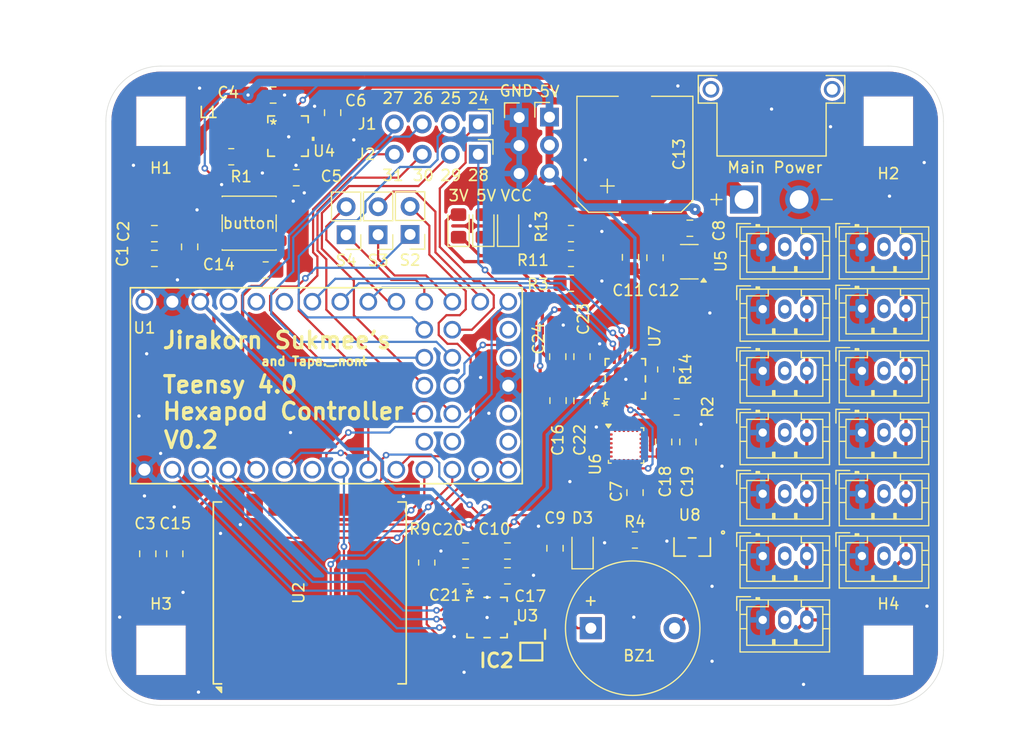
<source format=kicad_pcb>
(kicad_pcb (version 20241229) (generator "pcbnew") (generator_version "9.0")
  (layers (0 "F.Cu" signal) (4 "In1.Cu" power "PWR") (6 "In2.Cu" power "GND") (2 "B.Cu" signal) (13 "F.Paste" user) (15 "B.Paste" user) (5 "F.SilkS" user "F.Silkscreen") (7 "B.SilkS" user "B.Silkscreen") (1 "F.Mask" user) (3 "B.Mask" user) (25 "Edge.Cuts" user))
  (net 0 "")
  (net 1 "+5V")
  (net 2 "/button")
  (net 3 "Net-(BZ1--)")
  (net 4 "GND")
  (net 5 "+3V3")
  (net 6 "Net-(U4-SS{slash}TR)")
  (net 7 "VCC")
  (net 8 "Net-(U6-REGOUT)")
  (net 9 "+1V8")
  (net 10 "/OE_PIN")
  (net 11 "Net-(IC2-A2)")
  (net 12 "/from_nc7")
  (net 13 "/to_nc7")
  (net 14 "Net-(J1-Pin_1)")
  (net 15 "Net-(J1-Pin_4)")
  (net 16 "Net-(J1-Pin_2)")
  (net 17 "Net-(J1-Pin_3)")
  (net 18 "Net-(J2-Pin_3)")
  (net 19 "Net-(J2-Pin_4)")
  (net 20 "Net-(J2-Pin_2)")
  (net 21 "Net-(J2-Pin_1)")
  (net 22 "/SDA")
  (net 23 "/SDA_1V8")
  (net 24 "/SCL_1V8")
  (net 25 "/SCL")
  (net 26 "Net-(U4-PG)")
  (net 27 "Net-(U6-~{CS})")
  (net 28 "Net-(U3-OE)")
  (net 29 "/buzzer")
  (net 30 "/serial_tx2")
  (net 31 "/serial_rx2")
  (net 32 "/serial_tx3")
  (net 33 "/serial_rx3")
  (net 34 "/serial_tx4")
  (net 35 "/serial_rx4")
  (net 36 "/LORA_CSN")
  (net 37 "Net-(3V1-K)")
  (net 38 "/LORA_MOSI")
  (net 39 "Net-(5V2-K)")
  (net 41 "Net-(VCC1-K)")
  (net 43 "/servo_tx")
  (net 44 "/LORA_SCK")
  (net 46 "/LORA_MISO")
  (net 47 "/servo_dir")
  (net 48 "Net-(U8-BASE)")
  (net 49 "/servo_rx")
  (net 50 "/LORA_CE")
  (net 52 "/LORA_IRQ")
  (net 57 "Net-(L1-Pad2)")
  (net 70 "Net-(U7-OE)")
  (net 75 "/ICM_INT")
  (net 76 "/INT_1V8")
  (footprint "footprints:SOP50P310X90-8N" (layer "F.Cu") (at 142.6 122.125 -90)
    (property "Reference" "IC2")
    (property "Value" "NC7WZ241K8X" (hide yes))
  )
  (footprint "Connector_JST:JST_PH_B3B-PH-K_1x03_P2.00mm_Vertical" (layer "F.Cu") (at 172.6 102.25)
    (property "Reference" "servo1" (hide yes))
    (property "Value" "Conn_01x03_Socket")
  )
  (footprint "Buzzer_Beeper:Buzzer_12x9.5RM7.6" (layer "F.Cu") (at 148 120)
    (property "Reference" "BZ1")
    (property "Value" "Buzzer")
  )
  (footprint "MountingHole:MountingHole_3.2mm_M3" (layer "F.Cu") (at 175 74)
    (property "Reference" "H2")
    (property "Value" "MountingHole")
  )
  (footprint "Capacitor_SMD:C_0805_2012Metric_Pad1.18x1.45mm_HandSolder" (layer "F.Cu") (at 145 95.3625 90)
    (property "Reference" "C24")
    (property "Value" "0.1uF")
  )
  (footprint "Connector_PinHeader_2.54mm:PinHeader_1x04_P2.54mm_Vertical" (layer "F.Cu") (at 137.79 74.25 -90)
    (property "Reference" "J1")
    (property "Value" "24-27")
  )
  (footprint "Capacitor_SMD:C_0805_2012Metric_Pad1.18x1.45mm_HandSolder" (layer "F.Cu") (at 147.2 95.3625 -90)
    (property "Reference" "C23")
    (property "Value" "10uF")
  )
  (footprint "Resistor_SMD:R_0805_2012Metric_Pad1.20x1.40mm_HandSolder" (layer "F.Cu") (at 146.2 86.45 180)
    (property "Reference" "R11")
    (property "Value" "2.2K")
  )
  (footprint "MountingHole:MountingHole_3.2mm_M3" (layer "F.Cu") (at 109 74)
    (property "Reference" "H1")
    (property "Value" "MountingHole")
  )
  (footprint "Diode_SMD:D_0805_2012Metric_Pad1.15x1.40mm_HandSolder" (layer "F.Cu") (at 138.25 83.5 90)
    (property "Reference" "5V")
    (property "Value" "5V | Green")
  )
  (footprint "Resistor_SMD:R_0805_2012Metric_Pad1.20x1.40mm_HandSolder" (layer "F.Cu") (at 115.373718 77.225002)
    (property "Reference" "R1")
    (property "Value" "100k")
  )
  (footprint "Resistor_SMD:R_0805_2012Metric_Pad1.20x1.40mm_HandSolder" (layer "F.Cu") (at 155.8 99.925 180)
    (property "Reference" "R2")
    (property "Value" "10K")
  )
  (footprint "Capacitor_SMD:C_0805_2012Metric_Pad1.18x1.45mm_HandSolder" (layer "F.Cu") (at 140.4375 115.25)
    (property "Reference" "C17")
    (property "Value" "10uF")
  )
  (footprint "Connector_JST:JST_PH_B3B-PH-K_1x03_P2.00mm_Vertical" (layer "F.Cu") (at 172.6 96.65)
    (property "Reference" "servo13" (hide yes))
    (property "Value" "Conn_01x03_Socket")
  )
  (footprint "Capacitor_SMD:C_0805_2012Metric_Pad1.18x1.45mm_HandSolder" (layer "F.Cu") (at 108.4 84.2 180)
    (property "Reference" "C2")
    (property "Value" "0.1uF")
  )
  (footprint "Sensor_Motion:InvenSense_QFN-24_3x3mm_P0.4mm" (layer "F.Cu") (at 151.2 103.425)
    (property "Reference" "U6")
    (property "Value" "ICM-20948")
  )
  (footprint "Resistor_SMD:R_0805_2012Metric_Pad1.20x1.40mm_HandSolder" (layer "F.Cu") (at 146.2 84.2 180)
    (property "Reference" "R13")
    (property "Value" "8.2K")
  )
  (footprint "Capacitor_SMD:C_0805_2012Metric_Pad1.18x1.45mm_HandSolder" (layer "F.Cu") (at 136.6375 115.25)
    (property "Reference" "C21")
    (property "Value" "0.1uF")
  )
  (footprint "Capacitor_SMD:C_0805_2012Metric_Pad1.18x1.45mm_HandSolder" (layer "F.Cu") (at 154.61 103.1 90)
    (property "Reference" "C18")
    (property "Value" "0.1uF")
  )
  (footprint "Capacitor_SMD:C_0805_2012Metric_Pad1.18x1.45mm_HandSolder" (layer "F.Cu") (at 111.6 85.4 90)
    (property "Reference" "C14")
    (property "Value" "47uF")
  )
  (footprint "Capacitor_SMD:CP_Elec_10x10" (layer "F.Cu") (at 152 77 90)
    (property "Reference" "C13")
    (property "Value" "470uF")
  )
  (footprint "Capacitor_SMD:C_0805_2012Metric_Pad1.18x1.45mm_HandSolder" (layer "F.Cu") (at 145.025 99.35 90)
    (property "Reference" "C16")
    (property "Value" "10uF")
  )
  (footprint "footprints:RGY14_2P05X2P05" (layer "F.Cu") (at 138.587499 119.031)
    (property "Reference" "U3")
    (property "Value" "TXS0104ERGYR")
  )
  (footprint "Resistor_SMD:R_0805_2012Metric_Pad1.20x1.40mm_HandSolder" (layer "F.Cu") (at 146.2 88.7 180)
    (property "Reference" "R3")
    (property "Value" "1.5K")
  )
  (footprint "Connector_JST:JST_PH_B3B-PH-K_1x03_P2.00mm_Vertical" (layer "F.Cu") (at 172.6 85.4)
    (property "Reference" "servo11" (hide yes))
    (property "Value" "Conn_01x03_Socket")
  )
  (footprint "Resistor_SMD:R_0805_2012Metric_Pad1.20x1.40mm_HandSolder" (layer "F.Cu") (at 133.1125 114.05 90)
    (property "Reference" "R9")
    (property "Value" "10K")
  )
  (footprint "Capacitor_SMD:C_0805_2012Metric_Pad1.18x1.45mm_HandSolder" (layer "F.Cu") (at 107.8 113.25 90)
    (property "Reference" "C3")
    (property "Value" "10uF")
  )
  (footprint "Diode_SMD:D_0805_2012Metric_Pad1.15x1.40mm_HandSolder" (layer "F.Cu") (at 140.5 83.5 90)
    (property "Reference" "VCC")
    (property "Value" "VCC")
  )
  (footprint "Connector_JST:JST_PH_B3B-PH-K_1x03_P2.00mm_Vertical" (layer "F.Cu") (at 163.6 107.8)
    (property "Reference" "servo5" (hide yes))
    (property "Value" "Conn_01x03_Socket")
  )
  (footprint "Connector_JST:JST_PH_B3B-PH-K_1x03_P2.00mm_Vertical" (layer "F.Cu") (at 163.6 119.25)
    (property "Reference" "servo4" (hide yes))
    (property "Value" "Conn_01x03_Socket")
  )
  (footprint "Connector_PinHeader_2.54mm:PinHeader_1x03_P2.54mm_Vertical" (layer "F.Cu") (at 144.25 73.63)
    (property "Reference" "5V")
    (property "Value" "Conn_01x03_Pin")
  )
  (footprint "Capacitor_SMD:C_0805_2012Metric_Pad1.18x1.45mm_HandSolder" (layer "F.Cu") (at 152.01 107.7 90)
    (property "Reference" "C7")
    (property "Value" "0.1uF")
  )
  (footprint "Connector_JST:JST_PH_B3B-PH-K_1x03_P2.00mm_Vertical" (layer "F.Cu") (at 163.6 113.45)
    (property "Reference" "servo2" (hide yes))
    (property "Value" "Conn_01x03_Socket")
  )
  (footprint "Capacitor_SMD:C_0805_2012Metric_Pad1.18x1.45mm_HandSolder" (layer "F.Cu") (at 151.6 86.35 90)
    (property "Reference" "C11")
    (property "Value" "0.1uF")
  )
  (footprint "Resistor_SMD:R_0805_2012Metric_Pad1.20x1.40mm_HandSolder" (layer "F.Cu") (at 118.5 87.5 180)
    (property "Reference" "R7" (hide yes))
    (property "Value" "10K")
  )
  (footprint "RF_Module:Ai-Thinker-Ra-01-LoRa" (layer "F.Cu") (at 122.5 116.8 90)
    (property "Reference" "U2")
    (property "Value" "Ai-Thinker-Ra-02")
  )
  (footprint "Capacitor_SMD:C_0805_2012Metric_Pad1.18x1.45mm_HandSolder" (layer "F.Cu") (at 124.573718 73.225002 -90)
    (property "Reference" "C6")
    (property "Value" "10uF")
  )
  (footprint "Capacitor_SMD:C_0805_2012Metric_Pad1.18x1.45mm_HandSolder" (layer "F.Cu") (at 136.6375 113)
    (property "Reference" "C20")
    (property "Value" "10uF")
  )
  (footprint "Resistor_SMD:R_0805_2012Metric_Pad1.20x1.40mm_HandSolder" (layer "F.Cu") (at 152 112)
    (property "Reference" "R4")
    (property "Value" "180")
  )
  (footprint "Connector_PinHeader_2.54mm:PinHeader_1x02_P2.54mm_Vertical" (layer "F.Cu") (at 125.8 84.3 180)
    (property "Reference" "S4")
    (property "Value" "SERIAL7")
  )
  (footprint "Capacitor_SMD:C_0805_2012Metric_Pad1.18x1.45mm_HandSolder" (layer "F.Cu") (at 156.9875 83.7125 180)
    (property "Reference" "C8")
    (property "Value" "10uF")
  )
  (footprint "footprints:RGY14_2P05X2P05" (layer "F.Cu") (at 151.131 97.374999 90)
    (property "Reference" "U7")
    (property "Value" "TXS0104ERGYR")
  )
  (footprint "Connector_JST:JST_PH_B3B-PH-K_1x03_P2.00mm_Vertical" (layer "F.Cu") (at 163.6 102.25)
    (property "Reference" "servo10" (hide yes))
    (property "Value" "Conn_01x03_Socket")
  )
  (footprint "Capacitor_SMD:C_0805_2012Metric_Pad1.18x1.45mm_HandSolder" (layer "F.Cu") (at 110.25 113.25 90)
    (property "Reference" "C15")
    (property "Value" "0.1uF")
  )
  (footprint "footprints:IND_SRP2512_BRN" (layer "F.Cu") (at 115.673718 73.925002 -90)
    (property "Reference" "L1")
    (property "Value" "2.2uH")
  )
  (footprint "Connector_PinHeader_2.54mm:PinHeader_1x02_P2.54mm_Vertical" (layer "F.Cu") (at 131.6 84.275 180)
    (property "Reference" "S2")
    (property "Value" "CAN_SERIAL3")
  )
  (footprint "teensy.pretty-master:Teensy40" (layer "F.Cu") (at 124 98)
    (property "Reference" "U1")
    (property "Value" "Teensy4.0")
  )
  (footprint "MountingHole:MountingHole_3.2mm_M3" (layer "F.Cu") (at 175 122)
    (property "Reference" "H4")
    (property "Value" "MountingHole")
  )
  (footprint "Connector_JST:JST_PH_B3B-PH-K_1x03_P2.00mm_Vertical" (layer "F.Cu") (at 163.6 96.65)
    (property "Reference" "servo3" (hide yes))
    (property "Value" "Conn_01x03_Socket")
  )
  (footprint "Resistor_SMD:R_0805_2012Metric_Pad1.20x1.40mm_HandSolder" (layer "F.Cu") (at 154.8 96.525 -90)
    (property "Reference" "R14")
    (property "Value" "10K")
  )
  (footprint "Connector_JST:JST_PH_B3B-PH-K_1x03_P2.00mm_Vertical" (layer "F.Cu") (at 172.6 91)
    (property "Reference" "servo9" (hide yes))
    (property "Value" "Conn_01x03_Socket")
  )
  (footprint "MountingHole:MountingHole_3.2mm_M3" (layer "F.Cu") (at 109 122)
    (property "Reference" "H3")
    (property "Value" "MountingHole")
  )
  (footprint "Button_Switch_SMD:SW_SPST_PTS647_Sx38" (layer "F.Cu") (at 117 83.25 180)
    (property "Reference" "button")
    (property "Value" "SW_Push")
  )
  (footprint "Capacitor_SMD:C_0805_2012Metric_Pad1.18x1.45mm_HandSolder" (layer "F.Cu") (at 156.81 103.1 90)
    (property "Reference" "C19")
    (property "Value" "10uF")
  )
  (footprint "Connector_PinHeader_2.54mm:PinHeader_1x04_P2.54mm_Vertical" (layer "F.Cu") (at 137.79 77 -90)
    (property "Reference" "J2")
    (property "Value" "28-31")
  )
  (footprint "Connector_PinHeader_2.54mm:PinHeader_1x02_P2.54mm_Vertical" (layer "F.Cu") (at 128.7 84.3 180)
    (property "Reference" "S3")
    (property "Value" "SERIAL8")
  )
  (footprint "Package_TO_SOT_SMD:SOT-23-5" (layer "F.Cu") (at 156.9375 86.75 180)
    (property "Reference" "U5")
    (property "Value" "MIC5504-1.8YM5")
  )
  (footprint "Capacitor_SMD:C_0805_2012Metric_Pad1.18x1.45mm_HandSolder" (layer "F.Cu") (at 121.273718 79.125002)
    (property "Reference" "C5")
    (property "Value" "0.1uF")
  )
  (footprint "footprints:AMASS_XT30PW-M" (layer "F.Cu") (at 164.4 71.10575)
    (property "Reference" "Main Power")
    (property "Value" "XT30PW-M")
  )
  (footprint "Diode_SMD:D_0805_2012Metric_Pad1.15x1.40mm_HandSolder" (layer "F.Cu") (at 147.25 112.75 90)
    (property "Reference" "D3")
    (property "Value" "TS4148 RBG")
  )
  (footprint "Capacitor_SMD:C_0805_2012Metric_Pad1.18x1.45mm_HandSolder" (layer "F.Cu") (at 153.8225 86.3875 90)
    (property "Reference" "C12")
    (property "Value" "10uF")
  )
  (footprint "Connector_JST:JST_PH_B3B-PH-K_1x03_P2.00mm_Vertical" (layer "F.Cu") (at 163.6 91.05)
    (property "Reference" "servo12" (hide yes))
    (property "Value" "Conn_01x03_Socket")
  )
  (footprint "footprints:SOT-23_ONS" (layer "F.Cu") (at 157.2 112.6348 180)
    (property "Reference" "U8")
    (property "Value" "MMBT8099LT1G")
  )
  (footprint "Capacitor_SMD:C_0805_2012Metric_Pad1.18x1.45mm_HandSolder" (layer "F.Cu") (at 119.173718 71.625002)
    (property "Reference" "C4")
    (property "Value" "22uF")
  )
  (footprint "footprints3:RGT16_1P7X1P7" (layer "F.Cu") (at 120.523781 75.350001)
    (property "Reference" "U4")
    (property "Value" "TPS62143RGTT")
  )
  (footprint "Connector_JST:JST_PH_B3B-PH-K_1x03_P2.00mm_Vertical" (layer "F.Cu") (at 172.6 113.45)
    (property "Reference" "servo8" (hide yes))
    (property "Value" "Conn_01x03_Socket")
  )
  (footprint "Capacitor_SMD:C_0805_2012Metric_Pad1.18x1.45mm_HandSolder" (layer "F.Cu") (at 140.4375 113)
    (property "Reference" "C10")
    (property "Value" "0.1uF")
  )
  (footprint "Capacitor_SMD:C_0805_2012Metric_Pad1.18x1.45mm_HandSolder" (layer "F.Cu") (at 147.2 99.3625 -90)
    (property "Reference" "C22")
    (property "Value" "0.1uF")
  )
  (footprint "Capacitor_SMD:C_0805_2012Metric_Pad1.18x1.45mm_HandSolder" (layer "F.Cu") (at 108.4 86.45 180)
    (property "Reference" "C1")
    (property "Value" "10uF")
  )
  (footprint "Capacitor_SMD:C_0805_2012Metric_Pad1.18x1.45mm_HandSolder" (layer "F.Cu") (at 144.75 112.75 90)
    (property "Reference" "C9")
    (property "Value" "47uF")
  )
  (footprint "Connector_JST:JST_PH_B3B-PH-K_1x03_P2.00mm_Vertical" (layer "F.Cu") (at 163.6 85.4)
    (property "Reference" "servo6" (hide yes))
    (property "Value" "Conn_01x03_Socket")
  )
  (footprint "Connector_JST:JST_PH_B3B-PH-K_1x03_P2.00mm_Vertical" (layer "F.Cu") (at 172.6 107.8)
    (property "Reference" "servo7" (hide yes))
    (property "Value" "Conn_01x03_Socket")
  )
  (footprint "Diode_SMD:D_0805_2012Metric_Pad1.15x1.40mm_HandSolder" (layer "F.Cu") (at 136 83.5 90)
    (property "Reference" "3V")
    (property "Value" "3V3 | Red")
  )
  (footprint "Connector_PinHeader_2.54mm:PinHeader_1x03_P2.54mm_Vertical" (layer "F.Cu") (at 141.5 73.67)
    (property "Reference" "GND")
    (property "Value" "Conn_01x03_Pin")
  )
  (gr_line (start 109 127) (end 175 127) (stroke (width 0.05)) (layer "Edge.Cuts"))
  (gr_line (start 180 122) (end 180 74) (stroke (width 0.05)) (layer "Edge.Cuts"))
  (gr_arc (start 175 69) (mid 178.535534 70.464466) (end 180 74) (stroke (width 0.05)) (layer "Edge.Cuts"))
  (gr_line (start 109 69) (end 175 69) (stroke (width 0.05)) (layer "Edge.Cuts"))
  (gr_arc (start 109 127) (mid 105.464466 125.535534) (end 104 122) (stroke (width 0.05)) (layer "Edge.Cuts"))
  (gr_arc (start 180 122) (mid 178.535534 125.535534) (end 175 127) (stroke (width 0.05)) (layer "Edge.Cuts"))
  (gr_arc (start 104 74) (mid 105.464466 70.464466) (end 109 69) (stroke (width 0.05)) (layer "Edge.Cuts"))
  (gr_line (start 104 74) (end 104 122) (stroke (width 0.05)) (layer "Edge.Cuts"))
  (gr_text "24" (at 136.75 72.5 0) (layer "F.SilkS") (effects (font (size 1 1)) (justify left bottom)))
  (gr_text "Jirakorn Sukmee's " (at 109 94.75 0) (layer "F.SilkS") (effects (font (size 1.5 1.5) (thickness 0.3) (bold yes)) (justify left bottom)))
  (gr_text "29" (at 134.25 79.5 0) (layer "F.SilkS") (effects (font (size 1 1)) (justify left bottom)))
  (gr_text "and Tapa._.nont" (at 118 96.25 0) (layer "F.SilkS") (effects (font (size 0.8 0.8) (thickness 0.1875) (bold yes)) (justify left bottom)))
  (gr_text "31" (at 129 79.5 0) (layer "F.SilkS") (effects (font (size 1 1)) (justify left bottom)))
  (gr_text "V0.2" (at 109.1 103.8 0) (layer "F.SilkS") (effects (font (size 1.5 1.5) (thickness 0.3) (bold yes)) (justify left bottom)))
  (gr_text "26" (at 131.75 72.5 0) (layer "F.SilkS") (effects (font (size 1 1)) (justify left bottom)))
  (gr_text "Teensy 4.0\nHexapod Controller" (at 109 101.2 0) (layer "F.SilkS") (effects (font (size 1.5 1.5) (thickness 0.3) (bold yes)) (justify left bottom)))
  (gr_text "28" (at 136.75 79.5 0) (layer "F.SilkS") (effects (font (size 1 1)) (justify left bottom)))
  (gr_text "30" (at 131.75 79.5 0) (layer "F.SilkS") (effects (font (size 1 1)) (justify left bottom)))
  (gr_text "25\n" (at 134.25 72.5 0) (layer "F.SilkS") (effects (font (size 1 1)) (justify left bottom)))
  (gr_text "27" (at 129 72.5 0) (layer "F.SilkS") (effects (font (size 1 1)) (justify left bottom)))
  (segment (start 116.9 71.625002) (end 116.073718 71.625002) (width 1.5) (layer "F.Cu") (net 1))
  (segment (start 107.3625 84.2) (end 107.3625 86.45) (width 0.3) (layer "F.Cu") (net 1))
  (segment (start 139.3375 117.3) (end 139.3375 115.3125) (width 0.3) (layer "F.Cu") (net 1))
  (segment (start 144.25 73.63) (end 144.25 77.979899) (width 0.7) (layer "F.Cu") (net 1))
  (segment (start 112.776 74.79562) (end 114.599118 72.972502) (width 0.7) (layer "F.Cu") (net 1))
  (segment (start 143.8 123.25) (end 143.8 115.5) (width 0.2) (layer "F.Cu") (net 1))
  (segment (start 148 120) (end 146.8 120) (width 0.2) (layer "F.Cu") (net 1))
  (segment (start 107.3625 81.8875) (end 112.776 76.474) (width 0.7) (layer "F.Cu") (net 1))
  (segment (start 146.8 120) (end 143.8 117) (width 0.2) (layer "F.Cu") (net 1))
  (segment (start 144.25 78.71) (end 142.16 80.8) (width 0.7) (layer "F.Cu") (net 1))
  (segment (start 143.8 114.7375) (end 144.75 113.7875) (width 0.2) (layer "F.Cu") (net 1))
  (segment (start 143.35 123.7) (end 143.8 123.25) (width 0.2) (layer "F.Cu") (net 1))
  (segment (start 147.25 113.775) (end 144.7625 113.775) (width 0.2) (layer "F.Cu") (net 1))
  (segment (start 116.073718 71.625002) (end 115.673718 72.025002) (width 1.5) (layer "F.Cu") (net 1))
  (segment (start 159.5875 85.5125) (end 159.5875 86.932592) (width 0.5) (layer "F.Cu") (net 1))
  (segment (start 112.973718 78.273718) (end 113.4 78.7) (width 0.2) (layer "F.Cu") (net 1))
  (segment (start 142.16 80.8) (end 139.975 80.8) (width 0.7) (layer "F.Cu") (net 1))
  (segment (start 112.776 76.474) (end 112.776 74.79562) (width 0.7) (layer "F.Cu") (net 1))
  (segment (start 139.3375 115.3125) (end 139.4 115.25) (width 0.3) (layer "F.Cu") (net 1))
  (segment (start 158.025 83.95) (end 159.5875 85.5125) (width 0.5) (layer "F.Cu") (net 1))
  (segment (start 141.3125 110.35) (end 141.025 110.35) (width 0.2) (layer "F.Cu") (net 1))
  (segment (start 143.8 115.5) (end 143.8 115.2) (width 0.2) (layer "F.Cu") (net 1))
  (segment (start 158.025 82.569003) (end 158.025 83.7125) (width 0.5) (layer "F.Cu") (net 1))
  (segment (start 144.75 113.7875) (end 141.3125 110.35) (width 0.2) (layer "F.Cu") (net 1))
  (segment (start 143.8 117) (end 143.8 115.5) (width 0.2) (layer "F.Cu") (net 1))
  (segment (start 115.673718 72.025002) (end 115.673718 72.972502) (width 1.5) (layer "F.Cu") (net 1))
  (segment (start 107.3625 90.2525) (end 107.49 90.38) (width 0.3) (layer "F.Cu") (net 1))
  (segment (start 144.7625 113.775) (end 144.75 113.7875) (width 0.2) (layer "F.Cu") (net 1))
  (segment (start 114 78.7) (end 114.373718 78.326282) (width 0.2) (layer "F.Cu") (net 1))
  (segment (start 113.4 78.7) (end 114 78.7) (width 0.2) (layer "F.Cu") (net 1))
  (segment (start 143.8 115.2) (end 143.8 114.7375) (width 0.2) (layer "F.Cu") (net 1))
  (segment (start 141.025 110.35) (end 139.4 111.975) (width 0.3) (layer "F.Cu") (net 1))
  (segment (start 158.025 83.7125) (end 158.025 85.75) (width 0.5) (layer "F.Cu") (net 1))
  (segment (start 121.864 72.11997) (end 120.773844 73.210126) (width 0.2) (layer "F.Cu") (net 1))
  (segment (start 139.4 111.975) (end 139.4 113) (width 0.3) (layer "F.Cu") (net 1))
  (segment (start 121.864 72.08) (end 121.864 72.11997) (width 0.2) (layer "F.Cu") (net 1))
  (segment (start 114.599118 72.972502) (end 115.673718 72.972502) (width 0.7) (layer "F.Cu") (net 1))
  (segment (start 159.5875 86.932592) (end 158.820092 87.7) (width 0.5) (layer "F.Cu") (net 1))
  (segment (start 114.373718 78.326282) (end 114.373718 77.225002) (width 0.2) (layer "F.Cu") (net 1))
  (segment (start 144.25 73.63) (end 144.25 78.71) (width 0.7) (layer "F.Cu") (net 1))
  (segment (start 107.3625 86.45) (end 107.3625 90.2525) (width 0.3) (layer "F.Cu") (net 1))
  (segment (start 157.461715 82.005718) (end 158.025 82.569003) (width 0.5) (layer "F.Cu") (net 1))
  (segment (start 116.9 71.625002) (end 118.136218 71.625002) (width 1.5) (layer "F.Cu") (net 1))
  (segment (start 139.4 115.25) (end 139.4 113) (width 0.3) (layer "F.Cu") (net 1))
  (segment (start 139.975 80.8) (end 138.4 82.375) (width 0.7) (layer "F.Cu") (net 1))
  (segment (start 107.3625 84.2) (end 107.3625 81.8875) (width 0.7) (layer "F.Cu") (net 1))
  (segment (start 120.773844 73.210126) (end 120.773844 73.875) (width 0.2) (layer "F.Cu") (net 1))
  (via (at 157.461715 82.005718) (size 1) (drill 0.3) (layers "F.Cu" "B.Cu") (net 1))
  (via (at 141.025 110.35) (size 0.6) (drill 0.3) (layers "F.Cu" "B.Cu") (net 1))
  (via (at 121.864 72.08) (size 0.6) (drill 0.3) (layers "F.Cu" "B.Cu") (net 1))
  (via (at 116.9 71.625002) (size 1) (drill 0.3) (layers "F.Cu" "B.Cu") (net 1))
  (via (at 112.973718 78.273718) (size 0.6) (drill 0.3) (layers "F.Cu" "B.Cu") (net 1))
  (segment (start 144.25 71.606) (end 143.144 70.5) (width 0.7) (layer "B.Cu") (net 1))
  (segment (start 112.973718 78.273718) (end 112.973718 73.325002) (width 0.2) (layer "B.Cu") (net 1))
  (segment (start 121.864 72.08) (end 123.444 70.5) (width 0.2) (layer "B.Cu") (net 1))
  (segment (start 157.461715 82.005718) (end 157.255997 81.8) (width 0.7) (layer "B.Cu") (net 1))
  (segment (start 157.255997 81.8) (end 149.2 81.8) (width 0.7) (layer "B.Cu") (net 1))
  (segment (start 143.144 70.5) (end 123.444 70.5) (width 0.7) (layer "B.Cu") (net 1))
  (segment (start 112.973718 73.325002) (end 114.773718 71.525002) (width 0.2) (layer "B.Cu") (net 1))
  (segment (start 149.2 81.8) (end 147.34 81.8) (width 0.7) (layer "B.Cu") (net 1))
  (segment (start 114.773718 71.525002) (end 116.9 71.525002) (width 0.2) (layer "B.Cu") (net 1))
  (segment (start 117.925002 70.5) (end 116.9 71.525002) (width 0.7) (layer "B.Cu") (net 1))
  (segment (start 123.444 70.5) (end 117.925002 70.5) (width 0.7) (layer "B.Cu") (net 1))
  (segment (start 147.34 81.8) (end 144.25 78.71) (width 0.7) (layer "B.Cu") (net 1))
  (segment (start 144.25 73.63) (end 144.25 71.606) (width 0.7) (layer "B.Cu") (net 1))
  (segment (start 152 84.6) (end 149.2 81.8) (width 0.3) (layer "B.Cu") (net 1))
  (segment (start 152 94.5) (end 152 84.6) (width 0.3) (layer "B.Cu") (net 1))
  (segment (start 144.05 102.45) (end 152 94.5) (width 0.3) (layer "B.Cu") (net 1))
  (segment (start 144.05 107.25) (end 144.05 102.45) (width 0.3) (layer "B.Cu") (net 1))
  (segment (start 141.025 110.275) (end 144.05 107.25) (width 0.3) (layer "B.Cu") (net 1))
  (segment (start 141.025 110.35) (end 141.025 110.275) (width 0.3) (layer "B.Cu") (net 1))
  (segment (start 119.5 87.5) (end 118 89) (width 0.3) (layer "F.Cu") (net 2))
  (segment (start 119.625 84.85) (end 114.375 84.85) (width 0.3) (layer "F.Cu") (net 2))
  (segment (start 118 89) (end 117.2 89) (width 0.3) (layer "F.Cu") (net 2))
  (segment (start 116.4 104.37) (end 117.65 105.62) (width 0.3) (layer "F.Cu") (net 2))
  (segment (start 116.4 89.8) (end 116.4 104.37) (width 0.3) (layer "F.Cu") (net 2))
  (segment (start 119.625 84.85) (end 119.625 87.375) (width 0.3) (layer "F.Cu") (net 2))
  (segment (start 117.2 89) (end 116.4 89.8) (width 0.3) (layer "F.Cu") (net 2))
  (segment (start 119.625 87.375) (end 119.5 87.5) (width 0.3) (layer "F.Cu") (net 2))
  (segment (start 149.125 113.6) (end 157.2 113.6) (width 0.2) (layer "F.Cu") (net 3))
  (segment (start 147.25 111.725) (end 146.8125 111.725) (width 0.2) (layer "F.Cu") (net 3))
  (segment (start 147.25 111.725) (end 149.125 113.6) (width 0.2) (layer "F.Cu") (net 3))
  (segment (start 155.6 120) (end 157.2 118.4) (width 0.3) (layer "F.Cu") (net 3))
  (segment (start 157.2 118.4) (end 157.2 113.6) (width 0.3) (layer "F.Cu") (net 3))
  (segment (start 157.3725 101.5) (end 156.81 102.0625) (width 0.3) (layer "F.Cu") (net 4))
  (segment (start 119.773592 74.599812) (end 120.523781 75.350001) (width 0.2) (layer "F.Cu") (net 4))
  (segment (start 137.837498 119.781001) (end 138.587499 119.031) (width 0.2) (layer "F.Cu") (net 4))
  (segment (start 155.85 99.319544) (end 155.85 101.1025) (width 0.3) (layer "F.Cu") (net 4))
  (segment (start 137.837498 120.762) (end 137.837498 119.781001) (width 0.2) (layer "F.Cu") (net 4))
  (segment (start 120.273718 76.825002) (end 120.273718 75.600064) (width 0.2) (layer "F.Cu") (net 4))
  (segment (start 120.773844 75.600064) (end 120.58689 75.41311) (width 0.2) (layer "F.Cu") (net 4))
  (segment (start 151.881001 98.125) (end 151.178001 97.422) (width 0.3) (layer "F.Cu") (net 4))
  (segment (start 111.4375 84.2) (end 111.6 84.3625) (width 0.3) (layer "F.Cu") (net 4))
  (segment (start 158 101.5) (end 157.3725 101.5) (width 0.3) (layer "F.Cu") (net 4))
  (segment (start 151.6 85.3125) (end 153.785 85.3125) (width 0.5) (layer "F.Cu") (net 4))
  (segment (start 152.7 102.425) (end 154.2475 102.425) (width 0.2) (layer "F.Cu") (net 4))
  (segment (start 120.58689 75.41311) (end 120.523781 75.350001) (width 0.2) (layer "F.Cu") (net 4))
  (segment (start 152.5 72.5) (end 152 73) (width 1.5) (layer "F.Cu") (net 4))
  (segment (start 151.8 101.55364) (end 152.25364 101.1) (width 0.2) (layer "F.Cu") (net 4))
  (segment (start 154.2475 102.425) (end 154.61 102.0625) (width 0.2) (layer "F.Cu") (net 4))
  (segment (start 155.2225 86.75) (end 153.8225 85.35) (width 0.3) (layer "F.Cu") (net 4))
  (segment (start 109.4375 84.2) (end 109.4375 86.45) (width 0.3) (layer "F.Cu") (net 4))
  (segment (start 120.273718 75.099938) (end 120.523781 75.350001) (width 0.2) (layer "F.Cu") (net 4))
  (segment (start 147.2 94.325) (end 145.2 94.325) (width 0.3) (layer "F.Cu") (net 4))
  (segment (start 152.862 98.125) (end 153.725 98.125) (width 0.3) (layer "F.Cu") (net 4))
  (segment (start 157.412501 86.75) (end 156.9375 86.274999) (width 0.3) (layer "F.Cu") (net 4))
  (segment (start 119.773592 73.875) (end 119.773592 74.599812) (width 0.2) (layer "F.Cu") (net 4))
  (segment (start 151.178 97.422) (end 151.178 97.421999) (width 0.3) (layer "F.Cu") (net 4))
  (segment (start 153.725 98.125) (end 154.2 98.6) (width 0.3) (layer "F.Cu") (net 4))
  (segment (start 147.2 100.4) (end 145.2 100.4) (width 0.3) (layer "F.Cu") (net 4))
  (segment (start 121.27397 76.825002) (end 121.27397 76.10019) (width 0.2) (layer "F.Cu") (net 4))
  (segment (start 119.773592 78.662376) (end 120.236218 79.125002) (width 0.2) (layer "F.Cu") (net 4))
  (segment (start 155.85 101.1025) (end 156.81 102.0625) (width 0.3) (layer "F.Cu") (net 4))
  (segment (start 121.27397 76.10019) (end 120.523781 75.350001) (width 0.2) (layer "F.Cu") (net 4))
  (segment (start 120.773844 76.825002) (end 120.773844 75.600064) (width 0.2) (layer "F.Cu") (net 4))
  (segment (start 151.178 97.421999) (end 151.131 97.374999) (width 0.3) (layer "F.Cu") (net 4))
  (segment (start 141.475 115.25) (end 141.475 113) (width 0.3) (layer "F.Cu") (net 4))
  (segment (start 154.2 98.6) (end 155.130456 98.6) (width 0.3) (layer "F.Cu") (net 4))
  (segment (start 155.130456 98.6) (end 155.85 99.319544) (width 0.3) (layer "F.Cu") (net 4))
  (segment (start 120.273718 76.825002) (end 120.273718 79.087502) (width 0.2) (layer "F.Cu") (net 4))
  (segment (start 154.61 102.0625) (end 156.81 102.0625) (width 0.2) (layer "F.Cu") (net 4))
  (segment (start 119.773592 76.825002) (end 119.773592 78.662376) (width 0.2) (layer "F.Cu") (net 4))
  (segment (start 141.5 73.67) (end 141.5 78.75) (width 0.7) (layer "F.Cu") (net 4))
  (segment (start 158.075 86.75) (end 155.2225 86.75) (width 0.3) (layer "F.Cu") (net 4))
  (segment (start 151.8 101.925) (end 151.8 101.55364) (width 0.2) (layer "F.Cu") (net 4))
  (segment (start 151.178001 97.422) (end 151.178 97.422) (width 0.3) (layer "F.Cu") (net 4))
  (segment (start 152.862 98.125) (end 151.881001 98.125) (width 0.3) (layer "F.Cu") (net 4))
  (segment (start 152.25364 101.1) (end 153.6475 101.1) (width 0.2) (layer "F.Cu") (net 4))
  (segment (start 109.4375 84.2) (end 111.4375 84.2) (width 0.3) (layer "F.Cu") (net 4))
  (segment (start 120.273718 75.600064) (end 120.523781 75.350001) (width 0.2) (layer "F.Cu") (net 4))
  (segment (start 109.4375 89.7875) (end 110.03 90.38) (width 0.3) (layer "F.Cu") (net 4))
  (segment (start 152 73) (end 152 74.6) (width 0.5) (layer "F.Cu") (net 4))
  (segment (start 137.837498 120.762) (end 135.6005 120.762) (width 0.2) (layer "F.Cu") (net 4))
  (segment (start 156.9375 84.7) (end 155.95 83.7125) (width 0.3) (layer "F.Cu") (net 4))
  (segment (start 121.27397 76.825002) (end 121.273718 76.825254) (width 0.2) (layer "F.Cu") (net 4))
  (segment (start 120.273718 79.087502) (end 120.236218 79.125002) (width 0.2) (layer "F.Cu") (net 4))
  (segment (start 120.273718 73.875) (end 120.273718 75.099938) (width 0.2) (layer "F.Cu") (net 4))
  (segment (start 156.9375 86.274999) (end 156.9375 84.7) (width 0.3) (layer "F.Cu") (net 4))
  (segment (start 110.25 112.2125) (end 107.8 112.2125) (width 0.3) (layer "F.Cu") (net 4))
  (segment (start 135.6 115.25) (end 135.6 113) (width 0.3) (layer "F.Cu") (net 4))
  (segment (start 119.773592 76.10019) (end 120.523781 75.350001) (width 0.2) (layer "F.Cu") (net 4))
  (segment (start 119.773592 76.825002) (end 119.773592 76.10019) (width 0.2) (layer "F.Cu") (net 4))
  (segment (start 153.6475 101.1) (end 154.61 102.0625) (width 0.2) (layer "F.Cu") (net 4))
  (segment (start 109.4375 86.45) (end 109.4375 89.7875) (width 0.3) (layer "F.Cu") (net 4))
  (via (at 169.75 74.5) (size 1) (drill 0.3) (layers "F.Cu" "B.Cu") (net 4))
  (via (at 122 80.5) (size 0.6) (drill 0.3) (layers "F.Cu" "B.Cu") (net 4))
  (via (at 148.8 94.2) (size 0.6) (drill 0.3) (layers "F.Cu" "B.Cu") (net 4))
  (via (at 143.25 110.75) (size 0.6) (drill 0.3) (layers "F.Cu" "B.Cu") (net 4))
  (via (at 138 97.25) (size 0.6) (drill 0.3) (layers "F.Cu" "B.Cu") (net 4))
  (via (at 142.5 83.5) (size 0.6) (drill 0.3) (layers "F.Cu" "B.Cu") (net 4))
  (via (at 120.58689 75.41311) (size 1) (drill 0.3) (layers "F.Cu" "B.Cu") (net 4))
  (via (at 112.268 82.042) (size 1) (drill 0.3) (layers "F.Cu" "B.Cu") (net 4))
  (via (at 131 108.05) (size 0.6) (drill 0.3) (layers "F.Cu" "B.Cu") (net 4))
  (via (at 138.587499 119.031) (size 1) (drill 0.3) (layers "F.Cu" "B.Cu") (net 4))
  (via (at 149 88.5) (size 1) (drill 0.3) (layers "F.Cu" "B.Cu") (net 4))
  (via (at 107.5 108) (size 0.6) (drill 0.3) (layers "F.Cu" "B.Cu") (net 4))
  (via (at 154.9 112.1) (size 0.6) (drill 0.3) (layers "F.Cu" "B.Cu") (net 4))
  (via (at 151.178 97.422) (size 1) (drill 0.3) (layers "F.Cu" "B.Cu") (net 4))
  (via (at 120.75 102.25) (size 1) (drill 0.3) (layers "F.Cu" "B.Cu") (net 4))
  (via (at 112.5 71) (size 1) (drill 0.3) (layers "F.Cu" "B.Cu") (net 4))
  (via (at 111 116.75) (size 1) (drill 0.3) (layers "F.Cu" "B.Cu") (net 4))
  (via (at 158.8 91.4) (size 1) (drill 0.3) (layers "F.Cu" "B.Cu") (net 4))
  (via (at 136.5 124) (size 1) (drill 0.3) (layers "F.Cu" "B.Cu") (net 4))
  (via (at 167.3 125.1) (size 1) (drill 0.3) (layers "F.Cu" "B.Cu") (net 4))
  (via (at 122.936 72.644) (size 0.6) (drill 0.3) (layers "F.Cu" "B.Cu") (net 4))
  (via (at 106.5 78) (size 1) (drill 0.3) (layers "F.Cu" "B.Cu") (net 4))
  (via (at 175.1 80.8) (size 1) (drill 0.3) (layers "F.Cu" "B.Cu") (net 4))
  (via (at 134.4 113) (size 0.6) (drill 0.3) (layers "F.Cu" "B.Cu") (net 4))
  (via (at 114.5 79.75) (size 0.6) (drill 0.3) (layers "F.Cu" "B.Cu") (net 4))
  (via (at 149 84) (size 1) (drill 0.3) (layers "F.Cu" "B.Cu") (net 4))
  (via (at 135.6005 120.762) (size 0.6) (drill 0.3) (layers "F.Cu" "B.Cu") (net 4))
  (via (at 107 100.75) (size 1) (drill 0.3) (layers "F.Cu" "B.Cu") (net 4))
  (via (at 146.1 106.7) (size 1) (drill 0.3) (layers "F.Cu" "B.Cu") (net 4))
  (via (at 108.966 104.14) (size 0.6) (drill 0.3) (layers "F.Cu" "B.Cu") (net 4))
  (via (at 147.5 77.5) (size 1) (drill 0.3) (layers "F.Cu" "B.Cu") (net 4))
  (via (at 148.5 101.75) (size 0.6) (drill 0.3) (layers "F.Cu" "B.Cu") (net 4))
  (via (at 112.4 125.8) (size 1) (drill 0.3) (layers "F.Cu" "B.Cu") (net 4))
  (via (at 159.9 105.3) (size 1) (drill 0.3) (layers "F.Cu" "B.Cu") (net 4))
  (via (at 110.2 109) (size 1) (drill 0.3) (layers "F.Cu" "B.Cu") (net 4))
  (via (at 178.25 77.75) (size 1) (drill 0.3) (layers "F.Cu" "B.Cu") (net 4))
  (via (at 158 101.5) (size 0.6) (drill 0.3) (layers "F.Cu" "B.Cu") (net 4))
  (via (at 116.2 110.6) (size 0.6) (drill 0.3) (layers "F.Cu" "B.Cu") (net 4))
  (via (at 114.4 111.4) (size 0.6) (drill 0.3) (layers "F.Cu" "B.Cu") (net 4))
  (via (at 138.6 117.2) (size 0.6) (drill 0.3) (layers "F.Cu" "B.Cu") (net 4))
  (via (at 138.75 100.5) (size 0.6) (drill 0.3) (layers "F.Cu" "B.Cu") (net 4))
  (via (at 142.8 115.2) (size 0.6) (drill 0.3) (layers "F.Cu" "B.Cu") (net 4))
  (via (at 121 81.25) (size 0.6) (drill 0.3) (layers "F.Cu" "B.Cu") (net 4))
  (via (at 151.9 119) (size 1) (drill 0.3) (layers "F.Cu" "B.Cu") (net 4))
  (via (at 105.25 119) (size 1) (drill 0.3) (layers "F.Cu" "B.Cu") (net 4))
  (via (at 145.5 92.5) (size 1) (drill 0.3) (layers "F.Cu" "B.Cu") (net 4))
  (via (at 155.9 70.8) (size 1) (drill 0.3) (layers "F.Cu" "B.Cu") (net 4))
  (via (at 107.7 95.1) (size 1) (drill 0.3) (layers "F.Cu" "B.Cu") (net 4))
  (via (at 126.492 75.692) (size 1) (drill 0.3) (layers "F.Cu" "B.Cu") (net 4))
  (via (at 149.25 112.25) (size 0.6) (drill 0.3) (layers "F.Cu" "B.Cu") (net 4))
  (via (at 120.211218 71.625002) (size 0.6) (drill 0.3) (layers "F.Cu" "B.Cu") (net 4))
  (via (at 178.5 118) (size 1) (drill 0.3) (layers "F.Cu" "B.Cu") (net 4))
  (via (at 164.4 72.9) (size 1) (drill 0.3) (layers "F.Cu" "B.Cu") (net 4))
  (via (at 159 123) (size 1) (drill 0.3) (layers "F.Cu" "B.Cu") (net 4))
  (via (at 121.25 78) (size 0.6) (drill 0.3) (layers "F.Cu" "B.Cu") (net 4))
  (via (at 110.49 88.392) (size 0.6) (drill 0.3) (layers "F.Cu" "B.Cu") (net 4))
  (via (at 118.2 78.7) (size 1) (drill 0.3) (layers "F.Cu" "B.Cu") (net 4))
  (via (at 159 116.2) (size 1) (drill 0.3) (layers "F.Cu" "B.Cu") (net 4))
  (segment (start 145.2 96.4) (end 147.2 96.4) (width 0.3) (layer "F.Cu") (net 5))
  (segment (start 134.3125 114.25) (end 134.3125 115.65) (width 0.2) (layer "F.Cu") (net 5))
  (segment (start 142.7 95) (end 143.6 94.1) (width 0.3) (layer "F.Cu") (net 5))
  (segment (start 136.906 110.6) (end 137.675 111.369) (width 0.3) (layer "F.Cu") (net 5))
  (segment (start 112.4 109) (end 113.8 107.6) (width 0.3) (layer "F.Cu") (net 5))
  (segment (start 139.158 109) (end 142.7 105.458) (width 0.3) (layer "F.Cu") (net 5))
  (segment (start 143.6 89.498) (end 140.843 86.741) (width 0.3) (layer "F.Cu") (net 5))
  (segment (start 143.6 94.1) (end 143.6 89.498) (width 0.3) (layer "F.Cu") (net 5))
  (segment (start 136.906 110.6) (end 135.5625 110.6) (width 0.2) (layer "F.Cu") (net 5))
  (segment (start 107.8 114.2875) (end 110.25 114.2875) (width 0.3) (layer "F.Cu") (net 5))
  (segment (start 115.45 87.5) (end 112.57 90.38) (width 0.3) (layer "F.Cu") (net 5))
  (segment (start 148.075 96.4) (end 148.299998 96.624998) (width 0.3) (layer "F.Cu") (net 5))
  (segment (start 117.5 87.5) (end 115.45 87.5) (width 0.3) (layer "F.Cu") (net 5))
  (segment (start 137.837498 117.3) (end 137.837498 115.412498) (width 0.3) (layer "F.Cu") (net 5))
  (segment (start 136.523031 86.741) (end 134.874 85.091969) (width 0.3) (layer "F.Cu") (net 5))
  (segment (start 111.6 86.4375) (end 111.6 89.41) (width 0.3) (layer "F.Cu") (net 5))
  (segment (start 133.1125 113.05) (end 134.3125 114.25) (width 0.2) (layer "F.Cu") (net 5))
  (segment (start 135.5625 110.6) (end 133.1125 113.05) (width 0.2) (layer "F.Cu") (net 5))
  (segment (start 111.6 89.41) (end 112.57 90.38) (width 0.3) (layer "F.Cu") (net 5))
  (segment (start 119.5 118.5) (end 119.5 125) (width 0.3) (layer "F.Cu") (net 5))
  (segment (start 143.6 95) (end 145 96.4) (width 0.3) (layer "F.Cu") (net 5))
  (segment (start 143.6 94.1) (end 143.6 95) (width 0.3) (layer "F.Cu") (net 5))
  (segment (start 138.4 109) (end 139.158 109) (width 0.3) (layer "F.Cu") (net 5))
  (segment (start 140.843 86.741) (end 136.523031 86.741) (width 0.3) (layer "F.Cu") (net 5))
  (segment (start 110.25 114.21875) (end 112.4 112.06875) (width 0.3) (layer "F.Cu") (net 5))
  (segment (start 113.8 107.6) (end 113.8 91.61) (width 0.3) (layer "F.Cu") (net 5))
  (segment (start 134.874 83.058) (end 135.557 82.375) (width 0.3) (layer "F.Cu") (net 5))
  (segment (start 135.557 82.375) (end 136.15 82.375) (width 0.3) (layer "F.Cu") (net 5))
  (segment (start 112.4 112.06875) (end 112.4 109) (width 0.3) (layer "F.Cu") (net 5))
  (segment (start 110.25 114.2875) (end 115.2875 114.2875) (width 0.3) (layer "F.Cu") (net 5))
  (segment (start 110.25 114.2875) (end 110.25 114.21875) (width 0.3) (layer "F.Cu") (net 5))
  (segment (start 137.837498 115.412498) (end 137.675 115.25) (width 0.3) (layer "F.Cu") (net 5))
  (segment (start 134.3125 115.65) (end 134.9375 116.275) (width 0.2) (layer "F.Cu") (net 5))
  (segment (start 115.2875 114.2875) (end 119.5 118.5) (width 0.3) (layer "F.Cu") (net 5))
  (segment (start 134.874 85.091969) (end 134.874 83.058) (width 0.3) (layer "F.Cu") (net 5))
  (segment (start 137.675 111.369) (end 137.675 113) (width 0.3) (layer "F.Cu") (net 5))
  (segment (start 142.7 105.458) (end 142.7 95) (width 0.3) (layer "F.Cu") (net 5))
  (segment (start 136.65 116.275) (end 137.675 115.25) (width 0.2) (layer "F.Cu") (net 5))
  (segment (start 113.8 91.61) (end 112.57 90.38) (width 0.3) (layer "F.Cu") (net 5))
  (segment (start 134.9375 116.275) (end 136.65 116.275) (width 0.2) (layer "F.Cu") (net 5))
  (segment (start 148.299998 96.624998) (end 149.4 96.624998) (width 0.3) (layer "F.Cu") (net 5))
  (segment (start 147.2 96.4) (end 148.075 96.4) (width 0.3) (layer "F.Cu") (net 5))
  (segment (start 137.675 115.25) (end 137.675 113) (width 0.3) (layer "F.Cu") (net 5))
  (via (at 138.4 109) (size 0.6) (drill 0.3) (layers "F.Cu" "B.Cu") (net 5))
  (via (at 136.906 110.6) (size 0.6) (drill 0.3) (layers "F.Cu" "B.Cu") (net 5))
  (segment (start 129.1 104.9) (end 127.95 103.75) (width 0.3) (layer "B.Cu") (net 5))
  (segment (start 138.4 109) (end 138.4 109.125) (width 0.3) (layer "B.Cu") (net 5))
  (segment (start 130.263654 107.4) (end 129.1 106.236346) (width 0.3) (layer "B.Cu") (net 5))
  (segment (start 136.906 110.6) (end 136.85 110.6) (width 0.3) (layer "B.Cu") (net 5))
  (segment (start 136.85 110.6) (end 133.65 107.4) (width 0.3) (layer "B.Cu") (net 5))
  (segment (start 136.925 110.6) (end 136.906 110.6) (width 0.3) (layer "B.Cu") (net 5))
  (segment (start 129.1 106.236346) (end 129.1 104.9) (width 0.3) (layer "B.Cu") (net 5))
  (segment (start 127.95 103.75) (end 125.94 103.75) (width 0.3) (layer "B.Cu") (net 5))
  (segment (start 125.94 103.75) (end 112.57 90.38) (width 0.3) (layer "B.Cu") (net 5))
  (segment (start 133.65 107.4) (end 130.263654 107.4) (width 0.3) (layer "B.Cu") (net 5))
  (segment (start 138.4 109.125) (end 136.925 110.6) (width 0.3) (layer "B.Cu") (net 5))
  (segment (start 122.873718 79.125002) (end 122.311218 79.125002) (width 0.2) (layer "F.Cu") (net 6))
  (segment (start 123.373718 78.625002) (end 122.873718 79.125002) (width 0.2) (layer "F.Cu") (net 6))
  (segment (start 123.373718 76.825002) (end 123.373718 78.625002) (width 0.2) (layer "F.Cu") (net 6))
  (segment (start 121.998782 76.100002) (end 122.648718 76.100002) (width 0.2) (layer "F.Cu") (net 6))
  (segment (start 122.648718 76.100002) (end 123.373718 76.825002) (width 0.2) (layer "F.Cu") (net 6))
  (segment (start 152 78.213) (end 152 81) (width 0.5) (layer "F.Cu") (net 7))
  (segment (start 124.573718 74.262502) (end 123.236219 75.600001) (width 0.2) (layer "F.Cu") (net 7))
  (segment (start 123.236219 75.600001) (end 121.998782 75.600001) (width 0.2) (layer "F.Cu") (net 7))
  (segment (start 150.625 82.375) (end 152 81) (width 0.5) (layer "F.Cu") (net 7))
  (segment (start 124.186216 73.875) (end 124.573718 74.262502) (width 0.2) (layer "F.Cu") (net 7))
  (segment (start 161.9 81.10575) (end 160.79425 80) (width 1.5) (layer "F.Cu") (net 7))
  (segment (start 154 81) (end 152 81) (width 1.5) (layer "F.Cu") (net 7))
  (segment (start 123.261219 75.100001) (end 121.998782 75.100001) (width 0.2) (layer "F.Cu") (net 7))
  (segment (start 155 80) (end 154 81) (width 1.5) (layer "F.Cu") (net 7))
  (segment (start 124.573718 74.262502) (end 123.486218 74.262502) (width 0.2) (layer "F.Cu") (net 7))
  (segment (start 160.79425 80) (end 155 80) (width 1.5) (layer "F.Cu") (net 7))
  (segment (start 121.27397 73.875) (end 124.186216 73.875) (width 0.2) (layer "F.Cu") (net 7))
  (segment (start 123.14872 74.6) (end 121.998782 74.6) (width 0.2) (layer "F.Cu") (net 7))
  (segment (start 123.486218 74.262502) (end 123.14872 74.6) (width 0.2) (layer "F.Cu") (net 7))
  (segment (start 124.573718 74.262502) (end 128.03622 70.8) (width 0.5) (layer "F.Cu") (net 7))
  (segment (start 124.098718 74.262502) (end 123.261219 75.100001) (width 0.2) (layer "F.Cu") (net 7))
  (segment (start 140.65 82.375) (end 150.625 82.375) (width 0.5) (layer "F.Cu") (net 7))
  (segment (start 144.587 70.8) (end 152 78.213) (width 0.5) (layer "F.Cu") (net 7))
  (segment (start 128.03622 70.8) (end 144.587 70.8) (width 0.5) (layer "F.Cu") (net 7))
  (segment (start 124.573718 74.262502) (end 124.098718 74.262502) (width 0.2) (layer "F.Cu") (net 7))
  (segment (start 152.01 106.6625) (end 151.4 106.0525) (width 0.2) (layer "F.Cu") (net 8))
  (segment (start 151.4 106.0525) (end 151.4 104.925) (width 0.2) (layer "F.Cu") (net 8))
  (segment (start 154.61 104.1375) (end 154.3225 104.425) (width 0.2) (layer "F.Cu") (net 9))
  (segment (start 155.8 87.7) (end 154.0975 87.7) (width 0.5) (layer "F.Cu") (net 9))
  (segment (start 155.8 91.5875) (end 151.6 87.3875) (width 0.2) (layer "F.Cu") (net 9))
  (segment (start 147.8875 91.1) (end 144.7 91.1) (width 0.3) (layer "F.Cu") (net 9))
  (segment (start 147.2 98.325) (end 148 98.325) (width 0.3) (layer "F.Cu") (net 9))
  (segment (start 145.025 98.3125) (end 144.7125 98.3125) (width 0.3) (layer "F.Cu") (net 9))
  (segment (start 157.3625 104.1375) (end 159 102.5) (width 0.3) (layer "F.Cu") (net 9))
  (segment (start 157 92.7875) (end 151.6 87.3875) (width 0.3) (layer "F.Cu") (net 9))
  (segment (start 150.6 106.3) (end 150.6 107.09) (width 0.2) (layer "F.Cu") (net 9))
  (segment (start 151.21 107.7) (end 153.21 107.7) (width 0.2) (layer "F.Cu") (net 9))
  (segment (start 156.8 99.525) (end 154.8 97.525) (width 0.2) (layer "F.Cu") (net 9))
  (segment (start 145.2 98.325) (end 147.2 98.325) (width 0.3) (layer "F.Cu") (net 9))
  (segment (start 154.3225 104.425) (end 152.7 104.425) (width 0.2) (layer "F.Cu") (net 9))
  (segment (start 143.4 96.2) (end 143.4 96.1) (width 0.3) (layer "F.Cu") (net 9))
  (segment (start 148.2 98.125) (end 149.4 98.125) (width 0.3) (layer "F.Cu") (net 9))
  (segment (start 153.8225 87.625) (end 151.6375 87.625) (width 0.5) (layer "F.Cu") (net 9))
  (segment (start 150.6 104.925) (end 150.6 106.3) (width 0.2) (layer "F.Cu") (net 9))
  (segment (start 151.6 87.3875) (end 147.8875 91.1) (width 0.3) (layer "F.Cu") (net 9))
  (segment (start 155.8 96.525) (end 155.8 91.5875) (width 0.2) (layer "F.Cu") (net 9))
  (segment (start 154.6725 104.075) (end 154.61 104.1375) (width 0.2) (layer "F.Cu") (net 9))
  (segment (start 154.61 106.3) (end 154.61 104.1375) (width 0.2) (layer "F.Cu") (net 9))
  (segment (start 150.6 107.09) (end 151.21 107.7) (width 0.2) (layer "F.Cu") (net 9))
  (segment (start 159 102.5) (end 159 99.5) (width 0.3) (layer "F.Cu") (net 9))
  (segment (start 148 98.325) (end 148.2 98.125) (width 0.3) (layer "F.Cu") (net 9))
  (segment (start 156.62 104.075) (end 154.6725 104.075) (width 0.2) (layer "F.Cu") (net 9))
  (segment (start 153.21 107.7) (end 154.61 106.3) (width 0.2) (layer "F.Cu") (net 9))
  (segment (start 144.7125 98.3125) (end 143.4 97) (width 0.3) (layer "F.Cu") (net 9))
  (segment (start 156.8 99.925) (end 156.8 99.525) (width 0.2) (layer "F.Cu") (net 9))
  (segment (start 154.8 97.525) (end 155.8 96.525) (width 0.2) (layer "F.Cu") (net 9))
  (segment (start 159 99.5) (end 157 97.5) (width 0.3) (layer "F.Cu") (net 9))
  (segment (start 143.4 97) (end 143.4 96.2) (width 0.3) (layer "F.Cu") (net 9))
  (segment (start 157 97.5) (end 157 92.7875) (width 0.3) (layer "F.Cu") (net 9))
  (segment (start 156.81 104.1375) (end 157.3625 104.1375) (width 0.3) (layer "F.Cu") (net 9))
  (via (at 143.4 96.2) (size 0.6) (drill 0.3) (layers "F.Cu" "B.Cu") (net 9))
  (via (at 144.7 91.1) (size 0.6) (drill 0.3) (layers "F.Cu" "B.Cu") (net 9))
  (segment (start 143.4 96.2) (end 143.4 92.4) (width 0.3) (layer "B.Cu") (net 9))
  (segment (start 143.4 92.4) (end 144.7 91.1) (width 0.3) (layer "B.Cu") (net 9))
  (segment (start 143.35 119.809314) (end 143.35 120.55) (width 0.2) (layer "F.Cu") (net 10))
  (segment (start 140.3565 118.030999) (end 141.571685 118.030999) (width 0.2) (layer "F.Cu") (net 10))
  (segment (start 143.35 121.225) (end 142.85 121.725) (width 0.2) (layer "F.Cu") (net 10))
  (segment (start 141.571685 118.030999) (end 143.35 119.809314) (width 0.2) (layer "F.Cu") (net 10))
  (segment (start 142.85 121.725) (end 142.85 123.7) (width 0.2) (layer "F.Cu") (net 10))
  (segment (start 143.35 120.55) (end 143.35 121.225) (width 0.2) (layer "F.Cu") (net 10))
  (segment (start 142.35 124.475) (end 142.35 123.7) (width 0.3) (layer "F.Cu") (net 11))
  (segment (start 167.6 85.4) (end 167.6 119.25) (width 0.3) (layer "F.Cu") (net 11))
  (segment (start 167.6 119.25) (end 170.8 119.25) (width 0.3) (layer "F.Cu") (net 11))
  (segment (start 142.2 125) (end 161.85 125) (width 0.3) (layer "F.Cu") (net 11))
  (segment (start 141.85 123.7) (end 141.85 124.65) (width 0.3) (layer "F.Cu") (net 11))
  (segment (start 176.6 113.45) (end 176.6 85.4) (width 0.3) (layer "F.Cu") (net 11))
  (segment (start 170.8 119.25) (end 176.6 113.45) (width 0.3) (layer "F.Cu") (net 11))
  (segment (start 141.85 124.65) (end 142.2 125) (width 0.3) (layer "F.Cu") (net 11))
  (segment (start 161.85 125) (end 167.6 119.25) (width 0.3) (layer "F.Cu") (net 11))
  (segment (start 142.875 125) (end 142.35 124.475) (width 0.3) (layer "F.Cu") (net 11))
  (segment (start 142.35 119.940686) (end 142.35 120.55) (width 0.2) (layer "F.Cu") (net 12))
  (segment (start 140.3565 119.031) (end 141.440314 119.031) (width 0.2) (layer "F.Cu") (net 12))
  (segment (start 141.440314 119.031) (end 142.35 119.940686) (width 0.2) (layer "F.Cu") (net 12))
  (segment (start 140.3565 118.531001) (end 141.506001 118.531001) (width 0.2) (layer "F.Cu") (net 13))
  (segment (start 142.85 119.875) (end 142.85 120.55) (width 0.2) (layer "F.Cu") (net 13))
  (segment (start 141.506001 118.531001) (end 142.85 119.875) (width 0.2) (layer "F.Cu") (net 13))
  (segment (start 136.64 77.76) (end 134.3 80.1) (width 0.2) (layer "F.Cu") (net 14))
  (segment (start 137.204 92.92) (end 135.43 92.92) (width 0.2) (layer "F.Cu") (net 14))
  (segment (start 134.3 80.1) (end 134.3 85.405) (width 0.2) (layer "F.Cu") (net 14))
  (segment (start 139.192 89.789) (end 139.192 90.932) (width 0.2) (layer "F.Cu") (net 14))
  (segment (start 136.64 75.4) (end 136.64 77.76) (width 0.2) (layer "F.Cu") (net 14))
  (segment (start 137.79 74.25) (end 136.64 75.4) (width 0.2) (layer "F.Cu") (net 14))
  (segment (start 137.922 88.519) (end 139.192 89.789) (width 0.2) (layer "F.Cu") (net 14))
  (segment (start 134.3 85.405) (end 137.414 88.519) (width 0.2) (layer "F.Cu") (net 14))
  (segment (start 137.414 88.519) (end 137.922 88.519) (width 0.2) (layer "F.Cu") (net 14))
  (segment (start 139.192 90.932) (end 137.204 92.92) (width 0.2) (layer "F.Cu") (net 14))
  (segment (start 118 89) (end 120.6 86.4) (width 0.2) (layer "B.Cu") (net 15))
  (segment (start 116.4 89.6) (end 117 89) (width 0.2) (layer "B.Cu") (net 15))
  (segment (start 116.4 91.1) (end 116.4 89.6) (width 0.2) (layer "B.Cu") (net 15))
  (segment (start 120.76 95.46) (end 116.4 91.1) (width 0.2) (layer "B.Cu") (net 15))
  (segment (start 120.6 84.377968) (end 130.17 74.807968) (width 0.2) (layer "B.Cu") (net 15))
  (segment (start 117 89) (end 118 89) (width 0.2) (layer "B.Cu") (net 15))
  (segment (start 130.17 74.807968) (end 130.17 74.25) (width 0.2) (layer "B.Cu") (net 15))
  (segment (start 120.6 86.4) (end 120.6 84.377968) (width 0.2) (layer "B.Cu") (net 15))
  (segment (start 132.89 95.46) (end 120.76 95.46) (width 0.2) (layer "B.Cu") (net 15))
  (segment (start 134.1 77.476346) (end 134.1 75.4) (width 0.2) (layer "B.Cu") (net 16))
  (segment (start 130.683654 78.15) (end 133.426346 78.15) (width 0.2) (layer "B.Cu") (net 16))
  (segment (start 121.5 91) (end 121.5 86.25) (width 0.2) (layer "B.Cu") (net 16))
  (segment (start 124.75 83) (end 126.786346 83) (width 0.2) (layer "B.Cu") (net 16))
  (segment (start 133.426346 78.15) (end 134.1 77.476346) (width 0.2) (layer "B.Cu") (net 16))
  (segment (start 132.89 92.92) (end 131.77 91.8) (width 0.2) (layer "B.Cu") (net 16))
  (segment (start 127.55 81.283654) (end 130.683654 78.15) (width 0.2) (layer "B.Cu") (net 16))
  (segment (start 121.5 86.25) (end 124.75 83) (width 0.2) (layer "B.Cu") (net 16))
  (segment (start 131.77 91.8) (end 122.3 91.8) (width 0.2) (layer "B.Cu") (net 16))
  (segment (start 134.1 75.4) (end 135.25 74.25) (width 0.2) (layer "B.Cu") (net 16))
  (segment (start 122.3 91.8) (end 121.5 91) (width 0.2) (layer "B.Cu") (net 16))
  (segment (start 127.55 82.236346) (end 127.55 81.283654) (width 0.2) (layer "B.Cu") (net 16))
  (segment (start 126.786346 83) (end 127.55 82.236346) (width 0.2) (layer "B.Cu") (net 16))
  (segment (start 135.43 95.46) (end 133.99 94.02) (width 0.2) (layer "B.Cu") (net 17))
  (segment (start 119 89.625) (end 121 87.625) (width 0.2) (layer "B.Cu") (net 17))
  (segment (start 133.99 94.02) (end 121.52 94.02) (width 0.2) (layer "B.Cu") (net 17))
  (segment (start 121 87.625) (end 121 84.543654) (width 0.2) (layer "B.Cu") (net 17))
  (segment (start 121 84.543654) (end 130.143654 75.4) (width 0.2) (layer "B.Cu") (net 17))
  (segment (start 121.52 94.02) (end 119 91.5) (width 0.2) (layer "B.Cu") (net 17))
  (segment (start 119 91.5) (end 119 89.625) (width 0.2) (layer "B.Cu") (net 17))
  (segment (start 130.143654 75.4) (end 131.56 75.4) (width 0.2) (layer "B.Cu") (net 17))
  (segment (start 131.56 75.4) (end 132.71 74.25) (width 0.2) (layer "B.Cu") (net 17))
  (segment (start 134.29 99.4) (end 135.43 100.54) (width 0.2) (layer "F.Cu") (net 18))
  (segment (start 126.246968 79.121) (end 123.2 82.167968) (width 0.2) (layer "F.Cu") (net 18))
  (segment (start 123.2 85.731372) (end 124 86.531372) (width 0.2) (layer "F.Cu") (net 18))
  (segment (start 130.589 79.121) (end 126.246968 79.121) (width 0.2) (layer "F.Cu") (net 18))
  (segment (start 123.2 82.167968) (end 123.2 85.731372) (width 0.2) (layer "F.Cu") (net 18))
  (segment (start 132.3 99.4) (end 134.29 99.4) (width 0.2) (layer "F.Cu") (net 18))
  (segment (start 124 86.531372) (end 124 91.1) (width 0.2) (layer "F.Cu") (net 18))
  (segment (start 132.71 77) (end 130.589 79.121) (width 0.2) (layer "F.Cu") (net 18))
  (segment (start 124 91.1) (end 132.3 99.4) (width 0.2) (layer "F.Cu") (net 18))
  (segment (start 122.8 82.002282) (end 122.8 85.897058) (width 0.2) (layer "F.Cu") (net 19))
  (segment (start 121.5 91.2) (end 130.84 100.54) (width 0.2) (layer "F.Cu") (net 19))
  (segment (start 121.5 89.7) (end 121.5 91.2) (width 0.2) (layer "F.Cu") (net 19))
  (segment (start 123.19 86.287058) (end 123.19 88.01) (width 0.2) (layer "F.Cu") (net 19))
  (segment (start 127.802282 77) (end 122.8 82.002282) (width 0.2) (layer "F.Cu") (net 19))
  (segment (start 122.8 85.897058) (end 123.19 86.287058) (width 0.2) (layer "F.Cu") (net 19))
  (segment (start 130.84 100.54) (end 132.89 100.54) (width 0.2) (layer "F.Cu") (net 19))
  (segment (start 130.17 77) (end 127.802282 77) (width 0.2) (layer "F.Cu") (net 19))
  (segment (start 123.19 88.01) (end 121.5 89.7) (width 0.2) (layer "F.Cu") (net 19))
  (segment (start 123.6 85.565686) (end 126.5 88.465686) (width 0.2) (layer "F.Cu") (net 20))
  (segment (start 135.25 77) (end 132.367 79.883) (width 0.2) (layer "F.Cu") (net 20))
  (segment (start 132.367 79.883) (end 126.050654 79.883) (width 0.2) (layer "F.Cu") (net 20))
  (segment (start 123.6 82.333654) (end 123.6 85.565686) (width 0.2) (layer "F.Cu") (net 20))
  (segment (start 126.050654 79.883) (end 123.6 82.333654) (width 0.2) (layer "F.Cu") (net 20))
  (segment (start 126.5 88.465686) (end 126.5 91.61) (width 0.2) (layer "F.Cu") (net 20))
  (segment (start 126.5 91.61) (end 132.89 98) (width 0.2) (layer "F.Cu") (net 20))
  (segment (start 138.4 87.5) (end 139.5 88.6) (width 0.2) (layer "F.Cu") (net 21))
  (segment (start 141.1 94.3) (end 138.2 94.3) (width 0.2) (layer "F.Cu") (net 21))
  (segment (start 141.3 88.6) (end 142.1 89.4) (width 0.2) (layer "F.Cu") (net 21))
  (segment (start 142.1 93.3) (end 141.1 94.3) (width 0.2) (layer "F.Cu") (net 21))
  (segment (start 139.5 88.6) (end 141.3 88.6) (width 0.2) (layer "F.Cu") (net 21))
  (segment (start 142.1 89.4) (end 142.1 93.3) (width 0.2) (layer "F.Cu") (net 21))
  (via (at 138.4 87.5) (size 0.6) (drill 0.3) (layers "F.Cu" "B.Cu") (net 21))
  (via (at 138.2 94.3) (size 0.6) (drill 0.3) (layers "F.Cu" "B.Cu") (net 21))
  (segment (start 135.43 98) (end 136.53 96.9) (width 0.2) (layer "B.Cu") (net 21))
  (segment (start 137.79 86.89) (end 137.79 77) (width 0.2) (layer "B.Cu") (net 21))
  (segment (start 136.53 96.9) (end 136.53 95.97) (width 0.2) (layer "B.Cu") (net 21))
  (segment (start 138.4 87.5) (end 137.79 86.89) (width 0.2) (layer "B.Cu") (net 21))
  (segment (start 136.53 95.97) (end 138.2 94.3) (width 0.2) (layer "B.Cu") (net 21))
  (segment (start 150.130999 95.605998) (end 150.130999 94.330999) (width 0.2) (layer "F.Cu") (net 22))
  (segment (start 150.130999 94.330999) (end 150 94.2) (width 0.2) (layer "F.Cu") (net 22))
  (via (at 150 94.2) (size 0.6) (drill 0.3) (layers "F.Cu" "B.Cu") (net 22))
  (segment (start 127.81 90.38) (end 129.09 89.1) (width 0.2) (layer "B.Cu") (net 22))
  (segment (start 129.09 89.1) (end 144.9 89.1) (width 0.2) (layer "B.Cu") (net 22))
  (segment (start 144.9 89.1) (end 150 94.2) (width 0.2) (layer "B.Cu") (net 22))
  (segment (start 150.130999 100.055999) (end 150.130999 99.144) (width 0.2) (layer "F.Cu") (net 23))
  (segment (start 150.2 101.925) (end 150.2 100.125) (width 0.2) (layer "F.Cu") (net 23))
  (segment (start 150.2 100.125) (end 150.130999 100.055999) (width 0.2) (layer "F.Cu") (net 23))
  (segment (start 150.6 100.156001) (end 150.631001 100.125) (width 0.2) (layer "F.Cu") (net 24))
  (segment (start 150.631001 100.125) (end 150.631001 99.144) (width 0.2) (layer "F.Cu") (net 24))
  (segment (start 150.6 101.925) (end 150.6 100.156001) (width 0.2) (layer "F.Cu") (net 24))
  (segment (start 150 93.2) (end 150.631001 93.831001) (width 0.2) (layer "F.Cu") (net 25))
  (segment (start 150.631001 93.831001) (end 150.631001 95.605998) (width 0.2) (layer "F.Cu") (net 25))
  (via (at 150 93.2) (size 0.6) (drill 0.3) (layers "F.Cu" "B.Cu") (net 25))
  (segment (start 150 93.2) (end 149.8 93.2) (width 0.2) (layer "B.Cu") (net 25))
  (segment (start 145.3 88.7) (end 126.95 88.7) (width 0.2) (layer "B.Cu") (net 25))
  (segment (start 126.95 88.7) (end 125.27 90.38) (width 0.2) (layer "B.Cu") (net 25))
  (segment (start 149.8 93.2) (end 145.3 88.7) (width 0.2) (layer "B.Cu") (net 25))
  (segment (start 117.998718 76.100002) (end 119.04878 76.100002) (width 0.2) (layer "F.Cu") (net 26))
  (segment (start 116.873718 77.225002) (end 117.998718 76.100002) (width 0.2) (layer "F.Cu") (net 26))
  (segment (start 116.373718 77.225002) (end 116.873718 77.225002) (width 0.2) (layer "F.Cu") (net 26))
  (segment (start 151 101.2) (end 151 101.925) (width 0.2) (layer "F.Cu") (net 27))
  (segment (start 151.648529 101) (end 151.2 101) (width 0.2) (layer "F.Cu") (net 27))
  (segment (start 154.125 100.6) (end 152.048529 100.6) (width 0.2) (layer "F.Cu") (net 27))
  (segment (start 151.2 101) (end 151 101.2) (width 0.2) (layer "F.Cu") (net 27))
  (segment (start 154.8 99.925) (end 154.125 100.6) (width 0.2) (layer "F.Cu") (net 27))
  (segment (start 152.048529 100.6) (end 151.648529 101) (width 0.2) (layer "F.Cu") (net 27))
  (segment (start 138.9 121.8) (end 139.3375 121.3625) (width 0.2) (layer "F.Cu") (net 28))
  (segment (start 139.3375 121.3625) (end 139.3375 120.762) (width 0.2) (layer "F.Cu") (net 28))
  (segment (start 135.2625 121.8) (end 138.9 121.8) (width 0.2) (layer "F.Cu") (net 28))
  (segment (start 133.1125 119.65) (end 135.2625 121.8) (width 0.2) (layer "F.Cu") (net 28))
  (segment (start 133.1125 115.05) (end 133.1125 119.65) (width 0.2) (layer "F.Cu") (net 28))
  (segment (start 126.5 104.9) (end 125.697182 104.097182) (width 0.2) (layer "F.Cu") (net 29))
  (segment (start 127.2 107.2) (end 126.5 106.5) (width 0.2) (layer "F.Cu") (net 29))
  (segment (start 125.205635 104) (end 125.2 104) (width 0.2) (layer "F.Cu") (net 29))
  (segment (start 125.302818 104.097182) (end 125.302817 104.097182) (width 0.2) (layer "F.Cu") (net 29))
  (segment (start 129.422527 104.303287) (end 129 104.725814) (width 0.2) (layer "F.Cu") (net 29))
  (segment (start 125.302817 104.097182) (end 125.205635 104) (width 0.2) (layer "F.Cu") (net 29))
  (segment (start 126.5 106.5) (end 126.5 104.9) (width 0.2) (layer "F.Cu") (net 29))
  (segment (start 151 112) (end 150.6 112) (width 0.2) (layer "F.Cu") (net 29))
  (segment (start 128.292817 107.2) (end 127.2 107.2) (width 0.2) (layer "F.Cu") (net 29))
  (segment (start 129 106.492817) (end 128.292817 107.2) (width 0.2) (layer "F.Cu") (net 29))
  (segment (start 150.6 112) (end 148.35 109.75) (width 0.2) (layer "F.Cu") (net 29))
  (segment (start 137.95 109.75) (end 137 108.8) (width 0.2) (layer "F.Cu") (net 29))
  (segment (start 148.35 109.75) (end 137.95 109.75) (width 0.2) (layer "F.Cu") (net 29))
  (segment (start 129 104.725814) (end 129 106.492817) (width 0.2) (layer "F.Cu") (net 29))
  (segment (start 125.697182 104.097182) (end 125.302818 104.097182) (width 0.2) (layer "F.Cu") (net 29))
  (via (at 129.422527 104.303287) (size 0.6) (drill 0.3) (layers "F.Cu" "B.Cu") (net 29))
  (via (at 125.302818 104.097182) (size 0.6) (drill 0.3) (layers "F.Cu" "B.Cu") (net 29))
  (via (at 137 108.8) (size 0.6) (drill 0.3) (layers "F.Cu" "B.Cu") (net 29))
  (segment (start 129.422527 104.303287) (end 129.475814 104.25) (width 0.2) (layer "B.Cu") (net 29))
  (segment (start 129.475814 104.25) (end 133.5 104.25) (width 0.2) (layer "B.Cu") (net 29))
  (segment (start 134.25 106.25) (end 136.8 108.8) (width 0.2) (layer "B.Cu") (net 29))
  (segment (start 125.302818 104.097182) (end 121.712818 104.097182) (width 0.2) (layer "B.Cu") (net 29))
  (segment (start 136.8 108.8) (end 137 108.8) (width 0.2) (layer "B.Cu") (net 29))
  (segment (start 133.5 104.25) (end 134.25 105) (width 0.2) (layer "B.Cu") (net 29))
  (segment (start 121.712818 104.097182) (end 120.19 105.62) (width 0.2) (layer "B.Cu") (net 29))
  (segment (start 134.25 105) (end 134.25 106.25) (width 0.2) (layer "B.Cu") (net 29))
  (segment (start 136.652 89.408) (end 133.35 86.106) (width 0.2) (layer "F.Cu") (net 30))
  (segment (start 133.35 86.106) (end 133.35 83.485) (width 0.2) (layer "F.Cu") (net 30))
  (segment (start 136.106 104.394) (end 137.1 103.4) (width 0.2) (layer "F.Cu") (net 30))
  (segment (start 133.35 83.485) (end 131.6 81.735) (width 0.2) (layer "F.Cu") (net 30))
  (segment (start 130.35 105.62) (end 131.576 104.394) (width 0.2) (layer "F.Cu") (net 30))
  (segment (start 137.1 95.4) (end 135.9 94.2) (width 0.2) (layer "F.Cu") (net 30))
  (segment (start 137.1 103.4) (end 137.1 95.4) (width 0.2) (layer "F.Cu") (net 30))
  (segment (start 134.2 93.4) (end 134.2 92.3) (width 0.2) (layer "F.Cu") (net 30))
  (segment (start 135.9 94.2) (end 135 94.2) (width 0.2) (layer "F.Cu") (net 30))
  (segment (start 134.9 91.6) (end 136.111 91.6) (width 0.2) (layer "F.Cu") (net 30))
  (segment (start 135 94.2) (end 134.2 93.4) (width 0.2) (layer "F.Cu") (net 30))
  (segment (start 131.576 104.394) (end 136.106 104.394) (width 0.2) (layer "F.Cu") (net 30))
  (segment (start 136.652 91.059) (end 136.652 89.408) (width 0.2) (layer "F.Cu") (net 30))
  (segment (start 136.111 91.6) (end 136.652 91.059) (width 0.2) (layer "F.Cu") (net 30))
  (segment (start 134.2 92.3) (end 134.9 91.6) (width 0.2) (layer "F.Cu") (net 30))
  (segment (start 119.75 89) (end 118.9 89.85) (width 0.2) (layer "F.Cu") (net 31))
  (segment (start 118.9 89.85) (end 118.9 91.15) (width 0.2) (layer "F.Cu") (net 31))
  (segment (start 127.81 100.06) (end 127.81 105.62) (width 0.2) (layer "F.Cu") (net 31))
  (segment (start 121.35 89) (end 119.75 89) (width 0.2) (layer "F.Cu") (net 31))
  (segment (start 131.6 84.275) (end 131.875 84.275) (width 0.2) (layer "F.Cu") (net 31))
  (segment (start 122.1 88.25) (end 121.35 89) (width 0.2) (layer "F.Cu") (net 31))
  (segment (start 118.9 91.15) (end 127.81 100.06) (width 0.2) (layer "F.Cu") (net 31))
  (via (at 122.1 88.25) (size 0.6) (drill 0.3) (layers "F.Cu" "B.Cu") (net 31))
  (segment (start 122.1 88.25) (end 123.05 87.3) (width 0.2) (layer "B.Cu") (net 31))
  (segment (start 128.575 87.3) (end 131.6 84.275) (width 0.2) (layer "B.Cu") (net 31))
  (segment (start 123.05 87.3) (end 128.575 87.3) (width 0.2) (layer "B.Cu") (net 31))
  (segment (start 133.9 82.211) (end 133.9 85.894) (width 0.2) (layer "F.Cu") (net 32))
  (segment (start 130.069 80.391) (end 132.08 80.391) (width 0.2) (layer "F.Cu") (net 32))
  (segment (start 137.97 89.964) (end 137.97 90.38) (width 0.2) (layer "F.Cu") (net 32))
  (segment (start 128.7 81.76) (end 130.069 80.391) (width 0.2) (layer "F.Cu") (net 32))
  (segment (start 133.9 85.894) (end 137.97 89.964) (width 0.2) (layer "F.Cu") (net 32))
  (segment (start 132.08 80.391) (end 133.9 82.211) (width 0.2) (layer "F.Cu") (net 32))
  (segment (start 133.05 88) (end 135.43 90.38) (width 0.2) (layer "F.Cu") (net 33))
  (segment (start 130.2 88) (end 133.05 88) (width 0.2) (layer "F.Cu") (net 33))
  (segment (start 128.7 84.3) (end 128.7 86.5) (width 0.2) (layer "F.Cu") (net 33))
  (segment (start 128.7 86.5) (end 130.2 88) (width 0.2) (layer "F.Cu") (net 33))
  (segment (start 129.623 90.38) (end 130.35 90.38) (width 0.2) (layer "F.Cu") (net 34))
  (segment (start 124 84.757) (end 129.623 90.38) (width 0.2) (layer "F.Cu") (net 34))
  (segment (start 124 83.56) (end 124 84.757) (width 0.2) (layer "F.Cu") (net 34))
  (segment (start 125.8 81.76) (end 124 83.56) (width 0.2) (layer "F.Cu") (net 34))
  (segment (start 125.8 84.3) (end 129.9 88.4) (width 0.2) (layer "F.Cu") (net 35))
  (segment (start 132.89 89.18) (end 132.89 90.38) (width 0.2) (layer "F.Cu") (net 35))
  (segment (start 129.9 88.4) (end 132.11 88.4) (width 0.2) (layer "F.Cu") (net 35))
  (segment (start 132.11 88.4) (end 132.89 89.18) (width 0.2) (layer "F.Cu") (net 35))
  (segment (start 133.25 109) (end 135.43 106.82) (width 0.2) (layer "F.Cu") (net 36))
  (segment (start 117.5 109.25) (end 117.5 109) (width 0.2) (layer "F.Cu") (net 36))
  (segment (start 135.43 106.82) (end 135.43 105.62) (width 0.2) (layer "F.Cu") (net 36))
  (segment (start 120.05 111.8) (end 117.5 109.25) (width 0.2) (layer "F.Cu") (net 36))
  (segment (start 130.424265 111.8) (end 120.05 111.8) (width 0.2) (layer "F.Cu") (net 36))
  (via (at 133.25 109) (size 0.6) (drill 0.3) (layers "F.Cu" "B.Cu") (net 36))
  (via (at 130.424265 111.8) (size 0.6) (drill 0.3) (layers "F.Cu" "B.Cu") (net 36))
  (segment (start 130.424265 111.8) (end 130.45 111.8) (width 0.2) (layer "B.Cu") (net 36))
  (segment (start 130.45 111.8) (end 133.25 109) (width 0.2) (layer "B.Cu") (net 36))
  (segment (start 144.3 88.7) (end 145.2 88.7) (width 0.3) (layer "F.Cu") (net 37))
  (segment (start 136.15 84.425) (end 137.925 86.2) (width 0.3) (layer "F.Cu") (net 37))
  (segment (start 137.925 86.2) (end 141.8 86.2) (width 0.3) (layer "F.Cu") (net 37))
  (segment (start 141.8 86.2) (end 144.3 88.7) (width 0.3) (layer "F.Cu") (net 37))
  (segment (start 119.5 109.25) (end 119.5 109) (width 0.2) (layer "F.Cu") (net 38))
  (segment (start 133.05 111.2) (end 121.45 111.2) (width 0.2) (layer "F.Cu") (net 38))
  (segment (start 121.45 111.2) (end 119.5 109.25) (width 0.2) (layer "F.Cu") (net 38))
  (segment (start 137.97 106.28) (end 133.05 111.2) (width 0.2) (layer "F.Cu") (net 38))
  (segment (start 137.97 105.62) (end 137.97 106.28) (width 0.2) (layer "F.Cu") (net 38))
  (segment (start 144.25 85.5) (end 139.225 85.5) (width 0.3) (layer "F.Cu") (net 39))
  (segment (start 145.2 86.45) (end 144.25 85.5) (width 0.3) (layer "F.Cu") (net 39))
  (segment (start 139.225 85.5) (end 138.4 84.675) (width 0.3) (layer "F.Cu") (net 39))
  (segment (start 138.4 84.675) (end 138.4 84.425) (width 0.3) (layer "F.Cu") (net 39))
  (segment (start 145.2 84.2) (end 144.975 84.425) (width 0.3) (layer "F.Cu") (net 41))
  (segment (start 144.975 84.425) (end 140.65 84.425) (width 0.3) (layer "F.Cu") (net 41))
  (segment (start 134.667279 119.18125) (end 135.317528 118.531001) (width 0.2) (layer "F.Cu") (net 43))
  (segment (start 134 119.18125) (end 134.667279 119.18125) (width 0.2) (layer "F.Cu") (net 43))
  (segment (start 135.317528 118.531001) (end 136.818498 118.531001) (width 0.2) (layer "F.Cu") (net 43))
  (via (at 134 119.18125) (size 0.6) (drill 0.3) (layers "F.Cu" "B.Cu") (net 43))
  (segment (start 134 119.18125) (end 130.78125 119.18125) (width 0.2) (layer "B.Cu") (net 43))
  (segment (start 122.75 115.8) (end 112.57 105.62) (width 0.2) (layer "B.Cu") (net 43))
  (segment (start 127.4 115.8) (end 122.75 115.8) (width 0.2) (layer "B.Cu") (net 43))
  (segment (start 130.78125 119.18125) (end 127.4 115.8) (width 0.2) (layer "B.Cu") (net 43))
  (segment (start 124 104.25) (end 126 102.25) (width 0.2) (layer "F.Cu") (net 44))
  (segment (start 124 108.5) (end 124 104.25) (width 0.2) (layer "F.Cu") (net 44))
  (segment (start 123.5 109) (end 124 108.5) (width 0.2) (layer "F.Cu") (net 44))
  (via (at 126 102.25) (size 0.6) (drill 0.3) (layers "F.Cu" "B.Cu") (net 44))
  (segment (start 139 91.89) (end 140.51 90.38) (width 0.2) (layer "B.Cu") (net 44))
  (segment (start 136.012818 101.75) (end 139 98.762818) (width 0.2) (layer "B.Cu") (net 44))
  (segment (start 126 102.25) (end 129.75 102.25) (width 0.2) (layer "B.Cu") (net 44))
  (segment (start 130.25 101.75) (end 136.012818 101.75) (width 0.2) (layer "B.Cu") (net 44))
  (segment (start 129.75 102.25) (end 130.25 101.75) (width 0.2) (layer "B.Cu") (net 44))
  (segment (start 139 98.762818) (end 139 91.89) (width 0.2) (layer "B.Cu") (net 44))
  (segment (start 140.51 105.62) (end 139.14 104.25) (width 0.2) (layer "F.Cu") (net 46))
  (segment (start 122.85 110.6) (end 121.5 109.25) (width 0.2) (layer "F.Cu") (net 46))
  (segment (start 139.14 104.25) (end 137.517183 104.25) (width 0.2) (layer "F.Cu") (net 46))
  (segment (start 136.75 106.5) (end 132.65 110.6) (width 0.2) (layer "F.Cu") (net 46))
  (segment (start 136.75 105.017183) (end 136.75 106.5) (width 0.2) (layer "F.Cu") (net 46))
  (segment (start 137.517183 104.25) (end 136.75 105.017183) (width 0.2) (layer "F.Cu") (net 46))
  (segment (start 121.5 109.25) (end 121.5 109) (width 0.2) (layer "F.Cu") (net 46))
  (segment (start 132.65 110.6) (end 122.85 110.6) (width 0.2) (layer "F.Cu") (net 46))
  (segment (start 134.418753 118.381247) (end 134.769001 118.030999) (width 0.2) (layer "F.Cu") (net 47))
  (segment (start 134 118.381247) (end 134.418753 118.381247) (width 0.2) (layer "F.Cu") (net 47))
  (segment (start 134.769001 118.030999) (end 136.818498 118.030999) (width 0.2) (layer "F.Cu") (net 47))
  (via (at 134 118.381247) (size 0.6) (drill 0.3) (layers "F.Cu" "B.Cu") (net 47))
  (segment (start 133.981247 118.4) (end 131 118.4) (width 0.2) (layer "B.Cu") (net 47))
  (segment (start 131 118.4) (end 127.6 115) (width 0.2) (layer "B.Cu") (net 47))
  (segment (start 127.6 115) (end 124.2 115) (width 0.2) (layer "B.Cu") (net 47))
  (segment (start 134 118.381247) (end 133.981247 118.4) (width 0.2) (layer "B.Cu") (net 47))
  (segment (start 115.11 105.91) (end 115.11 105.62) (width 0.2) (layer "B.Cu") (net 47))
  (segment (start 124.2 115) (end 115.11 105.91) (width 0.2) (layer "B.Cu") (net 47))
  (segment (start 158.1525 111.6696) (end 158.1525 110.5525) (width 0.5) (layer "F.Cu") (net 48))
  (segment (start 157.6 110) (end 155 110) (width 0.5) (layer "F.Cu") (net 48))
  (segment (start 155 110) (end 153 112) (width 0.5) (layer "F.Cu") (net 48))
  (segment (start 158.1525 110.5525) (end 157.6 110) (width 0.5) (layer "F.Cu") (net 48))
  (segment (start 136.1315 119.031) (end 136.818498 119.031) (width 0.2) (layer "F.Cu") (net 49))
  (segment (start 135.218015 119.944485) (end 136.1315 119.031) (width 0.2) (layer "F.Cu") (net 49))
  (segment (start 134.255515 119.944485) (end 135.218015 119.944485) (width 0.2) (layer "F.Cu") (net 49))
  (via (at 134.255515 119.944485) (size 0.6) (drill 0.3) (layers "F.Cu" "B.Cu") (net 49))
  (segment (start 110.03 105.63) (end 110.03 105.62) (width 0.2) (layer "B.Cu") (net 49))
  (segment (start 134.255515 119.944485) (end 134.2 120) (width 0.2) (layer "B.Cu") (net 49))
  (segment (start 130.4 120) (end 127 116.6) (width 0.2) (layer "B.Cu") (net 49))
  (segment (start 134.2 120) (end 130.4 120) (width 0.2) (layer "B.Cu") (net 49))
  (segment (start 121 116.6) (end 110.03 105.63) (width 0.2) (layer "B.Cu") (net 49))
  (segment (start 127 116.6) (end 121 116.6) (width 0.2) (layer "B.Cu") (net 49))
  (segment (start 124.4 114.2) (end 124.4 121.1) (width 0.2) (layer "F.Cu") (net 50))
  (segment (start 131.7 109.3) (end 132.89 108.11) (width 0.2) (layer "F.Cu") (net 50))
  (segment (start 121.5 124) (end 121.5 125) (width 0.2) (layer "F.Cu") (net 50))
  (segment (start 132.89 108.11) (end 132.89 105.62) (width 0.2) (layer "F.Cu") (net 50))
  (segment (start 124.4 121.1) (end 121.5 124) (width 0.2) (layer "F.Cu") (net 50))
  (via (at 124.4 114.2) (size 0.6) (drill 0.3) (layers "F.Cu" "B.Cu") (net 50))
  (via (at 131.7 109.3) (size 0.6) (drill 0.3) (layers "F.Cu" "B.Cu") (net 50))
  (segment (start 127.5 113.4) (end 131.6 109.3) (width 0.2) (layer "B.Cu") (net 50))
  (segment (start 131.6 109.3) (end 131.7 109.3) (width 0.2) (layer "B.Cu") (net 50))
  (segment (start 125.2 113.4) (end 127.5 113.4) (width 0.2) (layer "B.Cu") (net 50))
  (segment (start 124.4 114.2) (end 125.2 113.4) (width 0.2) (layer "B.Cu") (net 50))
  (segment (start 125.6 112.6) (end 125.6 121.8) (width 0.2) (layer "F.Cu") (net 52))
  (segment (start 125.6 121.8) (end 123.5 123.9) (width 0.2) (layer "F.Cu") (net 52))
  (segment (start 123.5 123.9) (end 123.5 125) (width 0.2) (layer "F.Cu") (net 52))
  (via (at 125.6 112.6) (size 0.6) (drill 0.3) (layers "F.Cu" "B.Cu") (net 52))
  (segment (start 125.6 112.6) (end 125.6 105.95) (width 0.2) (layer "B.Cu") (net 52))
  (segment (start 125.6 105.95) (end 125.27 105.62) (width 0.2) (layer "B.Cu") (net 52))
  (segment (start 115.896217 75.100001) (end 115.673718 74.877502) (width 0.2) (layer "F.Cu") (net 57))
  (segment (start 119.04878 75.100001) (end 115.896217 75.100001) (width 0.2) (layer "F.Cu") (net 57))
  (segment (start 119.04878 74.6) (end 115.95122 74.6) (width 0.2) (layer "F.Cu") (net 57))
  (segment (start 116.396217 75.600001) (end 115.673718 74.877502) (width 0.2) (layer "F.Cu") (net 57))
  (segment (start 115.95122 74.6) (end 115.673718 74.877502) (width 0.2) (layer "F.Cu") (net 57))
  (segment (start 119.04878 75.600001) (end 116.396217 75.600001) (width 0.2) (layer "F.Cu") (net 57))
  (segment (start 154.8 95.525) (end 153.700002 96.624998) (width 0.3) (layer "F.Cu") (net 70))
  (segment (start 153.700002 96.624998) (end 152.862 96.624998) (width 0.3) (layer "F.Cu") (net 70))
  (segment (start 151.131 93.731) (end 151.131 95.605998) (width 0.2) (layer "F.Cu") (net 75))
  (segment (start 150.8 93) (end 150.8 93.4) (width 0.2) (layer "F.Cu") (net 75))
  (segment (start 150.8 93.4) (end 151.131 93.731) (width 0.2) (layer "F.Cu") (net 75))
  (via (at 150.8 93) (size 0.6) (drill 0.3) (layers "F.Cu" "B.Cu") (net 75))
  (segment (start 150.8 93) (end 146.1 88.3) (width 0.2) (layer "B.Cu") (net 75))
  (segment (start 146.1 88.3) (end 124.81 88.3) (width 0.2) (layer "B.Cu") (net 75))
  (segment (start 124.81 88.3) (end 122.73 90.38) (width 0.2) (layer "B.Cu") (net 75))
  (segment (start 152.5 105.5) (end 152.2 105.2) (width 0.2) (layer "F.Cu") (net 76))
  (segment (start 151.6 100.2) (end 151.131 99.731) (width 0.2) (layer "F.Cu") (net 76))
  (segment (start 153.2 105.5) (end 152.5 105.5) (width 0.2) (layer "F.Cu") (net 76))
  (segment (start 151.131 99.725) (end 151.131 99.144) (width 0.2) (layer "F.Cu") (net 76))
  (segment (start 152.2 105.2) (end 152.2 104.925) (width 0.2) (layer "F.Cu") (net 76))
  (segment (start 151.131 99.731) (end 151.131 99.725) (width 0.2) (layer "F.Cu") (net 76))
  (via (at 153.2 105.5) (size 0.6) (drill 0.3) (layers "F.Cu" "B.Cu") (net 76))
  (via (at 151.6 100.2) (size 0.6) (drill 0.3) (layers "F.Cu" "B.Cu") (net 76))
  (segment (start 153.2 105.5) (end 153.6 105.1) (width 0.2) (layer "B.Cu") (net 76))
  (segment (start 153.6 101.802) (end 151.998 100.2) (width 0.2) (layer "B.Cu") (net 76))
  (segment (start 151.998 100.2) (end 151.6 100.2) (width 0.2) (layer "B.Cu") (net 76))
  (segment (start 153.6 105.1) (end 153.6 101.802) (width 0.2) (layer "B.Cu") (net 76))
  (zone (net 4) (net_name "GND") (layer "F.Cu") (priority 6) (connect_pads yes (clearance 0.3)) (min_thickness 0.3) (fill yes (thermal_gap 0.3) (thermal_bridge_width 0.3))
    (polygon (pts (xy 165 79) (xy 164.9 82.9) (xy 169.2 82.9) (xy 169.4 79)))
  )
  (zone (net 4) (net_name "GND") (layer "F.Cu") (priority 4) (connect_pads yes (clearance 0.3)) (min_thickness 0.3) (fill yes (thermal_gap 0.3) (thermal_bridge_width 0.3))
    (polygon (pts (xy 127.4 68.5) (xy 127.8 78.2) (xy 123.9 78.3) (xy 123.9 82.5) (xy 112.9 82.8) (xy 112.9 79) (xy 101.9 78.9) (xy 101.9 68)))
  )
  (zone (net 4) (net_name "GND") (layer "F.Cu") (priority 7) (connect_pads yes (clearance 0)) (min_thickness 0.25) (fill yes (thermal_gap 0.5) (thermal_bridge_width 0.5))
    (polygon (pts (xy 113.25 107.25) (xy 131 107.25) (xy 131.2 127) (xy 113.2 127.2)))
  )
  (zone (net 4) (net_name "GND") (layer "F.Cu") (priority 5) (connect_pads yes (clearance 0.3)) (min_thickness 0.3) (fill yes (thermal_gap 0.3) (thermal_bridge_width 0.3))
    (polygon (pts (xy 149.733 70.334144) (xy 150.033 76.034144) (xy 154.633 75.834144) (xy 154.433 70.534144)))
  )
  (zone (net 4) (net_name "GND") (layer "F.Cu") (connect_pads yes (clearance 0.3)) (min_thickness 0.3) (fill yes (thermal_gap 0.3) (thermal_bridge_width 0.3))
    (polygon (pts (xy 174.1 68.7) (xy 181.2 68.8) (xy 181 127.6) (xy 101 128.1) (xy 101.9 78.4) (xy 112.9 79) (xy 112.9 82.8) (xy 123.9 82.5) (xy 123.9 78.3) (xy 127.8 78.2) (xy 127.4 68.5)))
  )
  (zone (net 0) (net_name "") (layers "F.Cu" "B.Cu" "In1.Cu" "In2.Cu") (connect_pads yes (clearance 0)) (min_thickness 0.3)
    (keepout (tracks allowed) (vias allowed) (pads allowed) (copperpour not_allowed) (footprints allowed))
    (fill (thermal_gap 0.3) (thermal_bridge_width 0.3))
    (polygon (pts (xy 106.75 124.25) (xy 111.25 124.25) (xy 111.25 119.75) (xy 106.75 119.75)))
  )
  (zone (net 0) (net_name "") (layers "F.Cu" "B.Cu" "In1.Cu" "In2.Cu") (connect_pads yes (clearance 0)) (min_thickness 0.3)
    (keepout (tracks allowed) (vias allowed) (pads allowed) (copperpour not_allowed) (footprints allowed))
    (fill (thermal_gap 0.3) (thermal_bridge_width 0.3))
    (polygon (pts (xy 172.75 76.25) (xy 177.25 76.25) (xy 177.25 71.75) (xy 172.75 71.75)))
  )
  (zone (net 0) (net_name "") (layers "F.Cu" "B.Cu" "In1.Cu" "In2.Cu") (connect_pads (clearance 0)) (min_thickness 0.25)
    (keepout (tracks not_allowed) (vias not_allowed) (pads allowed) (copperpour not_allowed) (footprints allowed))
    (fill (thermal_gap 0.5) (thermal_bridge_width 0.5))
    (polygon (pts (xy 149.748 104.7) (xy 149.748 102.1) (xy 152.548 102.1) (xy 152.548 104.7)))
  )
  (zone (net 0) (net_name "") (layers "F.Cu" "B.Cu" "In1.Cu" "In2.Cu") (connect_pads yes (clearance 0)) (min_thickness 0.3)
    (keepout (tracks allowed) (vias allowed) (pads allowed) (copperpour not_allowed) (footprints allowed))
    (fill (thermal_gap 0.3) (thermal_bridge_width 0.3))
    (polygon (pts (xy 106.75 76.25) (xy 111.25 76.25) (xy 111.25 71.75) (xy 106.75 71.75)))
  )
  (zone (net 0) (net_name "") (layers "F.Cu" "B.Cu" "In1.Cu" "In2.Cu") (connect_pads yes (clearance 0)) (min_thickness 0.3)
    (keepout (tracks allowed) (vias allowed) (pads allowed) (copperpour not_allowed) (footprints allowed))
    (fill (thermal_gap 0.3) (thermal_bridge_width 0.3))
    (polygon (pts (xy 172.75 124.25) (xy 177.25 124.25) (xy 177.25 119.75) (xy 172.75 119.75)))
  )
  (zone (net 4) (net_name "GND") (layer "B.Cu") (priority 3) (connect_pads (clearance 0.3)) (min_thickness 0.3) (fill yes (thermal_gap 0.5) (thermal_bridge_width 0.5))
    (polygon (pts (xy 101.9 68.6) (xy 102.5 127.6) (xy 182 128.190705) (xy 181.6 68.790705)))
  )
)
</source>
